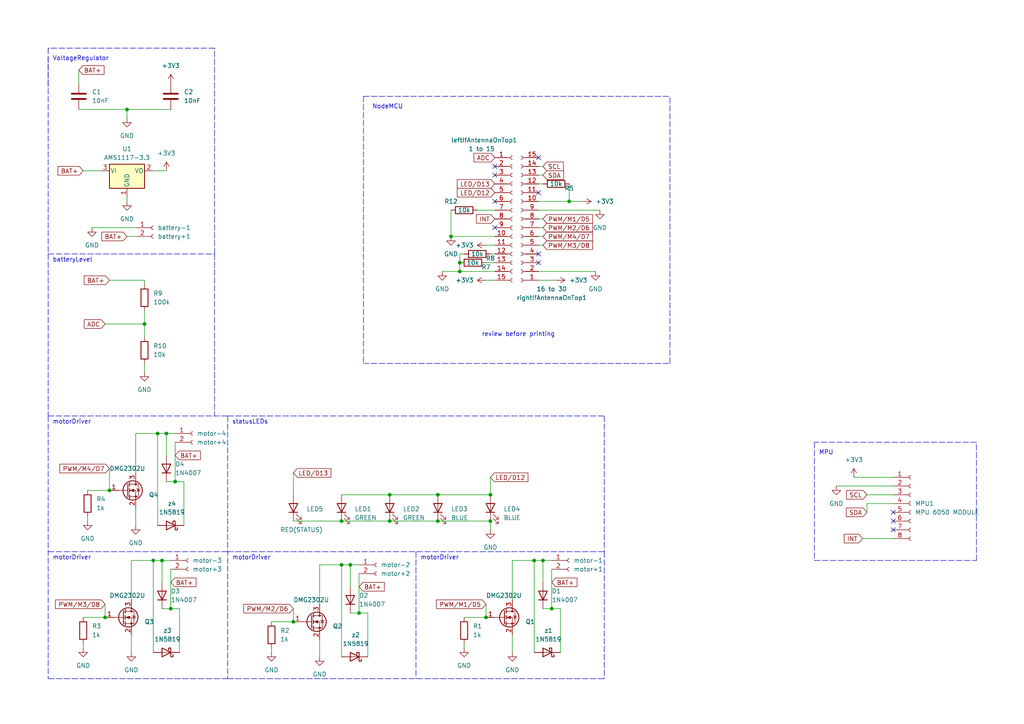
<source format=kicad_sch>
(kicad_sch (version 20211123) (generator eeschema)

  (uuid e595c6c4-f51e-40bc-a76d-c0a08bbd62be)

  (paper "A4")

  (lib_symbols
    (symbol "Conn_01x02_Female_1" (pin_names (offset 1.016) hide) (in_bom yes) (on_board yes)
      (property "Reference" "J" (id 0) (at 0 2.54 0)
        (effects (font (size 1.27 1.27)))
      )
      (property "Value" "Conn_01x02_Female_1" (id 1) (at 0 -5.08 0)
        (effects (font (size 1.27 1.27)))
      )
      (property "Footprint" "" (id 2) (at 0 0 0)
        (effects (font (size 1.27 1.27)) hide)
      )
      (property "Datasheet" "~" (id 3) (at 0 0 0)
        (effects (font (size 1.27 1.27)) hide)
      )
      (property "ki_keywords" "connector" (id 4) (at 0 0 0)
        (effects (font (size 1.27 1.27)) hide)
      )
      (property "ki_description" "Generic connector, single row, 01x02, script generated (kicad-library-utils/schlib/autogen/connector/)" (id 5) (at 0 0 0)
        (effects (font (size 1.27 1.27)) hide)
      )
      (property "ki_fp_filters" "Connector*:*_1x??_*" (id 6) (at 0 0 0)
        (effects (font (size 1.27 1.27)) hide)
      )
      (symbol "Conn_01x02_Female_1_1_1"
        (arc (start 0 -2.032) (mid -0.508 -2.54) (end 0 -3.048)
          (stroke (width 0.1524) (type default) (color 0 0 0 0))
          (fill (type none))
        )
        (polyline
          (pts
            (xy -1.27 -2.54)
            (xy -0.508 -2.54)
          )
          (stroke (width 0.1524) (type default) (color 0 0 0 0))
          (fill (type none))
        )
        (polyline
          (pts
            (xy -1.27 0)
            (xy -0.508 0)
          )
          (stroke (width 0.1524) (type default) (color 0 0 0 0))
          (fill (type none))
        )
        (arc (start 0 0.508) (mid -0.508 0) (end 0 -0.508)
          (stroke (width 0.1524) (type default) (color 0 0 0 0))
          (fill (type none))
        )
        (pin passive line (at -5.08 0 0) (length 3.81)
          (name "Pin_1" (effects (font (size 1.27 1.27))))
          (number "1" (effects (font (size 1.27 1.27))))
        )
        (pin passive line (at -5.08 -2.54 0) (length 3.81)
          (name "Pin_2" (effects (font (size 1.27 1.27))))
          (number "2" (effects (font (size 1.27 1.27))))
        )
      )
    )
    (symbol "Conn_01x02_Female_2" (pin_names (offset 1.016) hide) (in_bom yes) (on_board yes)
      (property "Reference" "J" (id 0) (at 0 2.54 0)
        (effects (font (size 1.27 1.27)))
      )
      (property "Value" "Conn_01x02_Female_2" (id 1) (at 0 -5.08 0)
        (effects (font (size 1.27 1.27)))
      )
      (property "Footprint" "" (id 2) (at 0 0 0)
        (effects (font (size 1.27 1.27)) hide)
      )
      (property "Datasheet" "~" (id 3) (at 0 0 0)
        (effects (font (size 1.27 1.27)) hide)
      )
      (property "ki_keywords" "connector" (id 4) (at 0 0 0)
        (effects (font (size 1.27 1.27)) hide)
      )
      (property "ki_description" "Generic connector, single row, 01x02, script generated (kicad-library-utils/schlib/autogen/connector/)" (id 5) (at 0 0 0)
        (effects (font (size 1.27 1.27)) hide)
      )
      (property "ki_fp_filters" "Connector*:*_1x??_*" (id 6) (at 0 0 0)
        (effects (font (size 1.27 1.27)) hide)
      )
      (symbol "Conn_01x02_Female_2_1_1"
        (arc (start 0 -2.032) (mid -0.508 -2.54) (end 0 -3.048)
          (stroke (width 0.1524) (type default) (color 0 0 0 0))
          (fill (type none))
        )
        (polyline
          (pts
            (xy -1.27 -2.54)
            (xy -0.508 -2.54)
          )
          (stroke (width 0.1524) (type default) (color 0 0 0 0))
          (fill (type none))
        )
        (polyline
          (pts
            (xy -1.27 0)
            (xy -0.508 0)
          )
          (stroke (width 0.1524) (type default) (color 0 0 0 0))
          (fill (type none))
        )
        (arc (start 0 0.508) (mid -0.508 0) (end 0 -0.508)
          (stroke (width 0.1524) (type default) (color 0 0 0 0))
          (fill (type none))
        )
        (pin passive line (at -5.08 0 0) (length 3.81)
          (name "Pin_1" (effects (font (size 1.27 1.27))))
          (number "1" (effects (font (size 1.27 1.27))))
        )
        (pin passive line (at -5.08 -2.54 0) (length 3.81)
          (name "Pin_2" (effects (font (size 1.27 1.27))))
          (number "2" (effects (font (size 1.27 1.27))))
        )
      )
    )
    (symbol "Conn_01x02_Female_3" (pin_names (offset 1.016) hide) (in_bom yes) (on_board yes)
      (property "Reference" "J" (id 0) (at 0 2.54 0)
        (effects (font (size 1.27 1.27)))
      )
      (property "Value" "Conn_01x02_Female_3" (id 1) (at 0 -5.08 0)
        (effects (font (size 1.27 1.27)))
      )
      (property "Footprint" "" (id 2) (at 0 0 0)
        (effects (font (size 1.27 1.27)) hide)
      )
      (property "Datasheet" "~" (id 3) (at 0 0 0)
        (effects (font (size 1.27 1.27)) hide)
      )
      (property "ki_keywords" "connector" (id 4) (at 0 0 0)
        (effects (font (size 1.27 1.27)) hide)
      )
      (property "ki_description" "Generic connector, single row, 01x02, script generated (kicad-library-utils/schlib/autogen/connector/)" (id 5) (at 0 0 0)
        (effects (font (size 1.27 1.27)) hide)
      )
      (property "ki_fp_filters" "Connector*:*_1x??_*" (id 6) (at 0 0 0)
        (effects (font (size 1.27 1.27)) hide)
      )
      (symbol "Conn_01x02_Female_3_1_1"
        (arc (start 0 -2.032) (mid -0.508 -2.54) (end 0 -3.048)
          (stroke (width 0.1524) (type default) (color 0 0 0 0))
          (fill (type none))
        )
        (polyline
          (pts
            (xy -1.27 -2.54)
            (xy -0.508 -2.54)
          )
          (stroke (width 0.1524) (type default) (color 0 0 0 0))
          (fill (type none))
        )
        (polyline
          (pts
            (xy -1.27 0)
            (xy -0.508 0)
          )
          (stroke (width 0.1524) (type default) (color 0 0 0 0))
          (fill (type none))
        )
        (arc (start 0 0.508) (mid -0.508 0) (end 0 -0.508)
          (stroke (width 0.1524) (type default) (color 0 0 0 0))
          (fill (type none))
        )
        (pin passive line (at -5.08 0 0) (length 3.81)
          (name "Pin_1" (effects (font (size 1.27 1.27))))
          (number "1" (effects (font (size 1.27 1.27))))
        )
        (pin passive line (at -5.08 -2.54 0) (length 3.81)
          (name "Pin_2" (effects (font (size 1.27 1.27))))
          (number "2" (effects (font (size 1.27 1.27))))
        )
      )
    )
    (symbol "Conn_01x02_Female_4" (pin_names (offset 1.016) hide) (in_bom yes) (on_board yes)
      (property "Reference" "J" (id 0) (at 0 2.54 0)
        (effects (font (size 1.27 1.27)))
      )
      (property "Value" "Conn_01x02_Female_4" (id 1) (at 0 -5.08 0)
        (effects (font (size 1.27 1.27)))
      )
      (property "Footprint" "" (id 2) (at 0 0 0)
        (effects (font (size 1.27 1.27)) hide)
      )
      (property "Datasheet" "~" (id 3) (at 0 0 0)
        (effects (font (size 1.27 1.27)) hide)
      )
      (property "ki_keywords" "connector" (id 4) (at 0 0 0)
        (effects (font (size 1.27 1.27)) hide)
      )
      (property "ki_description" "Generic connector, single row, 01x02, script generated (kicad-library-utils/schlib/autogen/connector/)" (id 5) (at 0 0 0)
        (effects (font (size 1.27 1.27)) hide)
      )
      (property "ki_fp_filters" "Connector*:*_1x??_*" (id 6) (at 0 0 0)
        (effects (font (size 1.27 1.27)) hide)
      )
      (symbol "Conn_01x02_Female_4_1_1"
        (arc (start 0 -2.032) (mid -0.508 -2.54) (end 0 -3.048)
          (stroke (width 0.1524) (type default) (color 0 0 0 0))
          (fill (type none))
        )
        (polyline
          (pts
            (xy -1.27 -2.54)
            (xy -0.508 -2.54)
          )
          (stroke (width 0.1524) (type default) (color 0 0 0 0))
          (fill (type none))
        )
        (polyline
          (pts
            (xy -1.27 0)
            (xy -0.508 0)
          )
          (stroke (width 0.1524) (type default) (color 0 0 0 0))
          (fill (type none))
        )
        (arc (start 0 0.508) (mid -0.508 0) (end 0 -0.508)
          (stroke (width 0.1524) (type default) (color 0 0 0 0))
          (fill (type none))
        )
        (pin passive line (at -5.08 0 0) (length 3.81)
          (name "Pin_1" (effects (font (size 1.27 1.27))))
          (number "1" (effects (font (size 1.27 1.27))))
        )
        (pin passive line (at -5.08 -2.54 0) (length 3.81)
          (name "Pin_2" (effects (font (size 1.27 1.27))))
          (number "2" (effects (font (size 1.27 1.27))))
        )
      )
    )
    (symbol "Connector:Conn_01x02_Female" (pin_names (offset 1.016) hide) (in_bom yes) (on_board yes)
      (property "Reference" "J" (id 0) (at 0 2.54 0)
        (effects (font (size 1.27 1.27)))
      )
      (property "Value" "Conn_01x02_Female" (id 1) (at 0 -5.08 0)
        (effects (font (size 1.27 1.27)))
      )
      (property "Footprint" "" (id 2) (at 0 0 0)
        (effects (font (size 1.27 1.27)) hide)
      )
      (property "Datasheet" "~" (id 3) (at 0 0 0)
        (effects (font (size 1.27 1.27)) hide)
      )
      (property "ki_keywords" "connector" (id 4) (at 0 0 0)
        (effects (font (size 1.27 1.27)) hide)
      )
      (property "ki_description" "Generic connector, single row, 01x02, script generated (kicad-library-utils/schlib/autogen/connector/)" (id 5) (at 0 0 0)
        (effects (font (size 1.27 1.27)) hide)
      )
      (property "ki_fp_filters" "Connector*:*_1x??_*" (id 6) (at 0 0 0)
        (effects (font (size 1.27 1.27)) hide)
      )
      (symbol "Conn_01x02_Female_1_1"
        (arc (start 0 -2.032) (mid -0.508 -2.54) (end 0 -3.048)
          (stroke (width 0.1524) (type default) (color 0 0 0 0))
          (fill (type none))
        )
        (polyline
          (pts
            (xy -1.27 -2.54)
            (xy -0.508 -2.54)
          )
          (stroke (width 0.1524) (type default) (color 0 0 0 0))
          (fill (type none))
        )
        (polyline
          (pts
            (xy -1.27 0)
            (xy -0.508 0)
          )
          (stroke (width 0.1524) (type default) (color 0 0 0 0))
          (fill (type none))
        )
        (arc (start 0 0.508) (mid -0.508 0) (end 0 -0.508)
          (stroke (width 0.1524) (type default) (color 0 0 0 0))
          (fill (type none))
        )
        (pin passive line (at -5.08 0 0) (length 3.81)
          (name "Pin_1" (effects (font (size 1.27 1.27))))
          (number "1" (effects (font (size 1.27 1.27))))
        )
        (pin passive line (at -5.08 -2.54 0) (length 3.81)
          (name "Pin_2" (effects (font (size 1.27 1.27))))
          (number "2" (effects (font (size 1.27 1.27))))
        )
      )
    )
    (symbol "Connector:Conn_01x08_Female" (pin_names (offset 1.016) hide) (in_bom yes) (on_board yes)
      (property "Reference" "J" (id 0) (at 0 10.16 0)
        (effects (font (size 1.27 1.27)))
      )
      (property "Value" "Conn_01x08_Female" (id 1) (at 0 -12.7 0)
        (effects (font (size 1.27 1.27)))
      )
      (property "Footprint" "" (id 2) (at 0 0 0)
        (effects (font (size 1.27 1.27)) hide)
      )
      (property "Datasheet" "~" (id 3) (at 0 0 0)
        (effects (font (size 1.27 1.27)) hide)
      )
      (property "ki_keywords" "connector" (id 4) (at 0 0 0)
        (effects (font (size 1.27 1.27)) hide)
      )
      (property "ki_description" "Generic connector, single row, 01x08, script generated (kicad-library-utils/schlib/autogen/connector/)" (id 5) (at 0 0 0)
        (effects (font (size 1.27 1.27)) hide)
      )
      (property "ki_fp_filters" "Connector*:*_1x??_*" (id 6) (at 0 0 0)
        (effects (font (size 1.27 1.27)) hide)
      )
      (symbol "Conn_01x08_Female_1_1"
        (arc (start 0 -9.652) (mid -0.508 -10.16) (end 0 -10.668)
          (stroke (width 0.1524) (type default) (color 0 0 0 0))
          (fill (type none))
        )
        (arc (start 0 -7.112) (mid -0.508 -7.62) (end 0 -8.128)
          (stroke (width 0.1524) (type default) (color 0 0 0 0))
          (fill (type none))
        )
        (arc (start 0 -4.572) (mid -0.508 -5.08) (end 0 -5.588)
          (stroke (width 0.1524) (type default) (color 0 0 0 0))
          (fill (type none))
        )
        (arc (start 0 -2.032) (mid -0.508 -2.54) (end 0 -3.048)
          (stroke (width 0.1524) (type default) (color 0 0 0 0))
          (fill (type none))
        )
        (polyline
          (pts
            (xy -1.27 -10.16)
            (xy -0.508 -10.16)
          )
          (stroke (width 0.1524) (type default) (color 0 0 0 0))
          (fill (type none))
        )
        (polyline
          (pts
            (xy -1.27 -7.62)
            (xy -0.508 -7.62)
          )
          (stroke (width 0.1524) (type default) (color 0 0 0 0))
          (fill (type none))
        )
        (polyline
          (pts
            (xy -1.27 -5.08)
            (xy -0.508 -5.08)
          )
          (stroke (width 0.1524) (type default) (color 0 0 0 0))
          (fill (type none))
        )
        (polyline
          (pts
            (xy -1.27 -2.54)
            (xy -0.508 -2.54)
          )
          (stroke (width 0.1524) (type default) (color 0 0 0 0))
          (fill (type none))
        )
        (polyline
          (pts
            (xy -1.27 0)
            (xy -0.508 0)
          )
          (stroke (width 0.1524) (type default) (color 0 0 0 0))
          (fill (type none))
        )
        (polyline
          (pts
            (xy -1.27 2.54)
            (xy -0.508 2.54)
          )
          (stroke (width 0.1524) (type default) (color 0 0 0 0))
          (fill (type none))
        )
        (polyline
          (pts
            (xy -1.27 5.08)
            (xy -0.508 5.08)
          )
          (stroke (width 0.1524) (type default) (color 0 0 0 0))
          (fill (type none))
        )
        (polyline
          (pts
            (xy -1.27 7.62)
            (xy -0.508 7.62)
          )
          (stroke (width 0.1524) (type default) (color 0 0 0 0))
          (fill (type none))
        )
        (arc (start 0 0.508) (mid -0.508 0) (end 0 -0.508)
          (stroke (width 0.1524) (type default) (color 0 0 0 0))
          (fill (type none))
        )
        (arc (start 0 3.048) (mid -0.508 2.54) (end 0 2.032)
          (stroke (width 0.1524) (type default) (color 0 0 0 0))
          (fill (type none))
        )
        (arc (start 0 5.588) (mid -0.508 5.08) (end 0 4.572)
          (stroke (width 0.1524) (type default) (color 0 0 0 0))
          (fill (type none))
        )
        (arc (start 0 8.128) (mid -0.508 7.62) (end 0 7.112)
          (stroke (width 0.1524) (type default) (color 0 0 0 0))
          (fill (type none))
        )
        (pin passive line (at -5.08 7.62 0) (length 3.81)
          (name "Pin_1" (effects (font (size 1.27 1.27))))
          (number "1" (effects (font (size 1.27 1.27))))
        )
        (pin passive line (at -5.08 5.08 0) (length 3.81)
          (name "Pin_2" (effects (font (size 1.27 1.27))))
          (number "2" (effects (font (size 1.27 1.27))))
        )
        (pin passive line (at -5.08 2.54 0) (length 3.81)
          (name "Pin_3" (effects (font (size 1.27 1.27))))
          (number "3" (effects (font (size 1.27 1.27))))
        )
        (pin passive line (at -5.08 0 0) (length 3.81)
          (name "Pin_4" (effects (font (size 1.27 1.27))))
          (number "4" (effects (font (size 1.27 1.27))))
        )
        (pin passive line (at -5.08 -2.54 0) (length 3.81)
          (name "Pin_5" (effects (font (size 1.27 1.27))))
          (number "5" (effects (font (size 1.27 1.27))))
        )
        (pin passive line (at -5.08 -5.08 0) (length 3.81)
          (name "Pin_6" (effects (font (size 1.27 1.27))))
          (number "6" (effects (font (size 1.27 1.27))))
        )
        (pin passive line (at -5.08 -7.62 0) (length 3.81)
          (name "Pin_7" (effects (font (size 1.27 1.27))))
          (number "7" (effects (font (size 1.27 1.27))))
        )
        (pin passive line (at -5.08 -10.16 0) (length 3.81)
          (name "Pin_8" (effects (font (size 1.27 1.27))))
          (number "8" (effects (font (size 1.27 1.27))))
        )
      )
    )
    (symbol "Connector:Conn_01x15_Female" (pin_names (offset 1.016) hide) (in_bom yes) (on_board yes)
      (property "Reference" "J" (id 0) (at 0 20.32 0)
        (effects (font (size 1.27 1.27)))
      )
      (property "Value" "Conn_01x15_Female" (id 1) (at 0 -20.32 0)
        (effects (font (size 1.27 1.27)))
      )
      (property "Footprint" "" (id 2) (at 0 0 0)
        (effects (font (size 1.27 1.27)) hide)
      )
      (property "Datasheet" "~" (id 3) (at 0 0 0)
        (effects (font (size 1.27 1.27)) hide)
      )
      (property "ki_keywords" "connector" (id 4) (at 0 0 0)
        (effects (font (size 1.27 1.27)) hide)
      )
      (property "ki_description" "Generic connector, single row, 01x15, script generated (kicad-library-utils/schlib/autogen/connector/)" (id 5) (at 0 0 0)
        (effects (font (size 1.27 1.27)) hide)
      )
      (property "ki_fp_filters" "Connector*:*_1x??_*" (id 6) (at 0 0 0)
        (effects (font (size 1.27 1.27)) hide)
      )
      (symbol "Conn_01x15_Female_1_1"
        (arc (start 0 -17.272) (mid -0.508 -17.78) (end 0 -18.288)
          (stroke (width 0.1524) (type default) (color 0 0 0 0))
          (fill (type none))
        )
        (arc (start 0 -14.732) (mid -0.508 -15.24) (end 0 -15.748)
          (stroke (width 0.1524) (type default) (color 0 0 0 0))
          (fill (type none))
        )
        (arc (start 0 -12.192) (mid -0.508 -12.7) (end 0 -13.208)
          (stroke (width 0.1524) (type default) (color 0 0 0 0))
          (fill (type none))
        )
        (arc (start 0 -9.652) (mid -0.508 -10.16) (end 0 -10.668)
          (stroke (width 0.1524) (type default) (color 0 0 0 0))
          (fill (type none))
        )
        (arc (start 0 -7.112) (mid -0.508 -7.62) (end 0 -8.128)
          (stroke (width 0.1524) (type default) (color 0 0 0 0))
          (fill (type none))
        )
        (arc (start 0 -4.572) (mid -0.508 -5.08) (end 0 -5.588)
          (stroke (width 0.1524) (type default) (color 0 0 0 0))
          (fill (type none))
        )
        (arc (start 0 -2.032) (mid -0.508 -2.54) (end 0 -3.048)
          (stroke (width 0.1524) (type default) (color 0 0 0 0))
          (fill (type none))
        )
        (polyline
          (pts
            (xy -1.27 -17.78)
            (xy -0.508 -17.78)
          )
          (stroke (width 0.1524) (type default) (color 0 0 0 0))
          (fill (type none))
        )
        (polyline
          (pts
            (xy -1.27 -15.24)
            (xy -0.508 -15.24)
          )
          (stroke (width 0.1524) (type default) (color 0 0 0 0))
          (fill (type none))
        )
        (polyline
          (pts
            (xy -1.27 -12.7)
            (xy -0.508 -12.7)
          )
          (stroke (width 0.1524) (type default) (color 0 0 0 0))
          (fill (type none))
        )
        (polyline
          (pts
            (xy -1.27 -10.16)
            (xy -0.508 -10.16)
          )
          (stroke (width 0.1524) (type default) (color 0 0 0 0))
          (fill (type none))
        )
        (polyline
          (pts
            (xy -1.27 -7.62)
            (xy -0.508 -7.62)
          )
          (stroke (width 0.1524) (type default) (color 0 0 0 0))
          (fill (type none))
        )
        (polyline
          (pts
            (xy -1.27 -5.08)
            (xy -0.508 -5.08)
          )
          (stroke (width 0.1524) (type default) (color 0 0 0 0))
          (fill (type none))
        )
        (polyline
          (pts
            (xy -1.27 -2.54)
            (xy -0.508 -2.54)
          )
          (stroke (width 0.1524) (type default) (color 0 0 0 0))
          (fill (type none))
        )
        (polyline
          (pts
            (xy -1.27 0)
            (xy -0.508 0)
          )
          (stroke (width 0.1524) (type default) (color 0 0 0 0))
          (fill (type none))
        )
        (polyline
          (pts
            (xy -1.27 2.54)
            (xy -0.508 2.54)
          )
          (stroke (width 0.1524) (type default) (color 0 0 0 0))
          (fill (type none))
        )
        (polyline
          (pts
            (xy -1.27 5.08)
            (xy -0.508 5.08)
          )
          (stroke (width 0.1524) (type default) (color 0 0 0 0))
          (fill (type none))
        )
        (polyline
          (pts
            (xy -1.27 7.62)
            (xy -0.508 7.62)
          )
          (stroke (width 0.1524) (type default) (color 0 0 0 0))
          (fill (type none))
        )
        (polyline
          (pts
            (xy -1.27 10.16)
            (xy -0.508 10.16)
          )
          (stroke (width 0.1524) (type default) (color 0 0 0 0))
          (fill (type none))
        )
        (polyline
          (pts
            (xy -1.27 12.7)
            (xy -0.508 12.7)
          )
          (stroke (width 0.1524) (type default) (color 0 0 0 0))
          (fill (type none))
        )
        (polyline
          (pts
            (xy -1.27 15.24)
            (xy -0.508 15.24)
          )
          (stroke (width 0.1524) (type default) (color 0 0 0 0))
          (fill (type none))
        )
        (polyline
          (pts
            (xy -1.27 17.78)
            (xy -0.508 17.78)
          )
          (stroke (width 0.1524) (type default) (color 0 0 0 0))
          (fill (type none))
        )
        (arc (start 0 0.508) (mid -0.508 0) (end 0 -0.508)
          (stroke (width 0.1524) (type default) (color 0 0 0 0))
          (fill (type none))
        )
        (arc (start 0 3.048) (mid -0.508 2.54) (end 0 2.032)
          (stroke (width 0.1524) (type default) (color 0 0 0 0))
          (fill (type none))
        )
        (arc (start 0 5.588) (mid -0.508 5.08) (end 0 4.572)
          (stroke (width 0.1524) (type default) (color 0 0 0 0))
          (fill (type none))
        )
        (arc (start 0 8.128) (mid -0.508 7.62) (end 0 7.112)
          (stroke (width 0.1524) (type default) (color 0 0 0 0))
          (fill (type none))
        )
        (arc (start 0 10.668) (mid -0.508 10.16) (end 0 9.652)
          (stroke (width 0.1524) (type default) (color 0 0 0 0))
          (fill (type none))
        )
        (arc (start 0 13.208) (mid -0.508 12.7) (end 0 12.192)
          (stroke (width 0.1524) (type default) (color 0 0 0 0))
          (fill (type none))
        )
        (arc (start 0 15.748) (mid -0.508 15.24) (end 0 14.732)
          (stroke (width 0.1524) (type default) (color 0 0 0 0))
          (fill (type none))
        )
        (arc (start 0 18.288) (mid -0.508 17.78) (end 0 17.272)
          (stroke (width 0.1524) (type default) (color 0 0 0 0))
          (fill (type none))
        )
        (pin passive line (at -5.08 17.78 0) (length 3.81)
          (name "Pin_1" (effects (font (size 1.27 1.27))))
          (number "1" (effects (font (size 1.27 1.27))))
        )
        (pin passive line (at -5.08 -5.08 0) (length 3.81)
          (name "Pin_10" (effects (font (size 1.27 1.27))))
          (number "10" (effects (font (size 1.27 1.27))))
        )
        (pin passive line (at -5.08 -7.62 0) (length 3.81)
          (name "Pin_11" (effects (font (size 1.27 1.27))))
          (number "11" (effects (font (size 1.27 1.27))))
        )
        (pin passive line (at -5.08 -10.16 0) (length 3.81)
          (name "Pin_12" (effects (font (size 1.27 1.27))))
          (number "12" (effects (font (size 1.27 1.27))))
        )
        (pin passive line (at -5.08 -12.7 0) (length 3.81)
          (name "Pin_13" (effects (font (size 1.27 1.27))))
          (number "13" (effects (font (size 1.27 1.27))))
        )
        (pin passive line (at -5.08 -15.24 0) (length 3.81)
          (name "Pin_14" (effects (font (size 1.27 1.27))))
          (number "14" (effects (font (size 1.27 1.27))))
        )
        (pin passive line (at -5.08 -17.78 0) (length 3.81)
          (name "Pin_15" (effects (font (size 1.27 1.27))))
          (number "15" (effects (font (size 1.27 1.27))))
        )
        (pin passive line (at -5.08 15.24 0) (length 3.81)
          (name "Pin_2" (effects (font (size 1.27 1.27))))
          (number "2" (effects (font (size 1.27 1.27))))
        )
        (pin passive line (at -5.08 12.7 0) (length 3.81)
          (name "Pin_3" (effects (font (size 1.27 1.27))))
          (number "3" (effects (font (size 1.27 1.27))))
        )
        (pin passive line (at -5.08 10.16 0) (length 3.81)
          (name "Pin_4" (effects (font (size 1.27 1.27))))
          (number "4" (effects (font (size 1.27 1.27))))
        )
        (pin passive line (at -5.08 7.62 0) (length 3.81)
          (name "Pin_5" (effects (font (size 1.27 1.27))))
          (number "5" (effects (font (size 1.27 1.27))))
        )
        (pin passive line (at -5.08 5.08 0) (length 3.81)
          (name "Pin_6" (effects (font (size 1.27 1.27))))
          (number "6" (effects (font (size 1.27 1.27))))
        )
        (pin passive line (at -5.08 2.54 0) (length 3.81)
          (name "Pin_7" (effects (font (size 1.27 1.27))))
          (number "7" (effects (font (size 1.27 1.27))))
        )
        (pin passive line (at -5.08 0 0) (length 3.81)
          (name "Pin_8" (effects (font (size 1.27 1.27))))
          (number "8" (effects (font (size 1.27 1.27))))
        )
        (pin passive line (at -5.08 -2.54 0) (length 3.81)
          (name "Pin_9" (effects (font (size 1.27 1.27))))
          (number "9" (effects (font (size 1.27 1.27))))
        )
      )
    )
    (symbol "Device:C" (pin_numbers hide) (pin_names (offset 0.254)) (in_bom yes) (on_board yes)
      (property "Reference" "C" (id 0) (at 0.635 2.54 0)
        (effects (font (size 1.27 1.27)) (justify left))
      )
      (property "Value" "C" (id 1) (at 0.635 -2.54 0)
        (effects (font (size 1.27 1.27)) (justify left))
      )
      (property "Footprint" "" (id 2) (at 0.9652 -3.81 0)
        (effects (font (size 1.27 1.27)) hide)
      )
      (property "Datasheet" "~" (id 3) (at 0 0 0)
        (effects (font (size 1.27 1.27)) hide)
      )
      (property "ki_keywords" "cap capacitor" (id 4) (at 0 0 0)
        (effects (font (size 1.27 1.27)) hide)
      )
      (property "ki_description" "Unpolarized capacitor" (id 5) (at 0 0 0)
        (effects (font (size 1.27 1.27)) hide)
      )
      (property "ki_fp_filters" "C_*" (id 6) (at 0 0 0)
        (effects (font (size 1.27 1.27)) hide)
      )
      (symbol "C_0_1"
        (polyline
          (pts
            (xy -2.032 -0.762)
            (xy 2.032 -0.762)
          )
          (stroke (width 0.508) (type default) (color 0 0 0 0))
          (fill (type none))
        )
        (polyline
          (pts
            (xy -2.032 0.762)
            (xy 2.032 0.762)
          )
          (stroke (width 0.508) (type default) (color 0 0 0 0))
          (fill (type none))
        )
      )
      (symbol "C_1_1"
        (pin passive line (at 0 3.81 270) (length 2.794)
          (name "~" (effects (font (size 1.27 1.27))))
          (number "1" (effects (font (size 1.27 1.27))))
        )
        (pin passive line (at 0 -3.81 90) (length 2.794)
          (name "~" (effects (font (size 1.27 1.27))))
          (number "2" (effects (font (size 1.27 1.27))))
        )
      )
    )
    (symbol "Device:LED" (pin_numbers hide) (pin_names (offset 1.016) hide) (in_bom yes) (on_board yes)
      (property "Reference" "D" (id 0) (at 0 2.54 0)
        (effects (font (size 1.27 1.27)))
      )
      (property "Value" "LED" (id 1) (at 0 -2.54 0)
        (effects (font (size 1.27 1.27)))
      )
      (property "Footprint" "" (id 2) (at 0 0 0)
        (effects (font (size 1.27 1.27)) hide)
      )
      (property "Datasheet" "~" (id 3) (at 0 0 0)
        (effects (font (size 1.27 1.27)) hide)
      )
      (property "ki_keywords" "LED diode" (id 4) (at 0 0 0)
        (effects (font (size 1.27 1.27)) hide)
      )
      (property "ki_description" "Light emitting diode" (id 5) (at 0 0 0)
        (effects (font (size 1.27 1.27)) hide)
      )
      (property "ki_fp_filters" "LED* LED_SMD:* LED_THT:*" (id 6) (at 0 0 0)
        (effects (font (size 1.27 1.27)) hide)
      )
      (symbol "LED_0_1"
        (polyline
          (pts
            (xy -1.27 -1.27)
            (xy -1.27 1.27)
          )
          (stroke (width 0.254) (type default) (color 0 0 0 0))
          (fill (type none))
        )
        (polyline
          (pts
            (xy -1.27 0)
            (xy 1.27 0)
          )
          (stroke (width 0) (type default) (color 0 0 0 0))
          (fill (type none))
        )
        (polyline
          (pts
            (xy 1.27 -1.27)
            (xy 1.27 1.27)
            (xy -1.27 0)
            (xy 1.27 -1.27)
          )
          (stroke (width 0.254) (type default) (color 0 0 0 0))
          (fill (type none))
        )
        (polyline
          (pts
            (xy -3.048 -0.762)
            (xy -4.572 -2.286)
            (xy -3.81 -2.286)
            (xy -4.572 -2.286)
            (xy -4.572 -1.524)
          )
          (stroke (width 0) (type default) (color 0 0 0 0))
          (fill (type none))
        )
        (polyline
          (pts
            (xy -1.778 -0.762)
            (xy -3.302 -2.286)
            (xy -2.54 -2.286)
            (xy -3.302 -2.286)
            (xy -3.302 -1.524)
          )
          (stroke (width 0) (type default) (color 0 0 0 0))
          (fill (type none))
        )
      )
      (symbol "LED_1_1"
        (pin passive line (at -3.81 0 0) (length 2.54)
          (name "K" (effects (font (size 1.27 1.27))))
          (number "1" (effects (font (size 1.27 1.27))))
        )
        (pin passive line (at 3.81 0 180) (length 2.54)
          (name "A" (effects (font (size 1.27 1.27))))
          (number "2" (effects (font (size 1.27 1.27))))
        )
      )
    )
    (symbol "Device:R" (pin_numbers hide) (pin_names (offset 0)) (in_bom yes) (on_board yes)
      (property "Reference" "R" (id 0) (at 2.032 0 90)
        (effects (font (size 1.27 1.27)))
      )
      (property "Value" "R" (id 1) (at 0 0 90)
        (effects (font (size 1.27 1.27)))
      )
      (property "Footprint" "" (id 2) (at -1.778 0 90)
        (effects (font (size 1.27 1.27)) hide)
      )
      (property "Datasheet" "~" (id 3) (at 0 0 0)
        (effects (font (size 1.27 1.27)) hide)
      )
      (property "ki_keywords" "R res resistor" (id 4) (at 0 0 0)
        (effects (font (size 1.27 1.27)) hide)
      )
      (property "ki_description" "Resistor" (id 5) (at 0 0 0)
        (effects (font (size 1.27 1.27)) hide)
      )
      (property "ki_fp_filters" "R_*" (id 6) (at 0 0 0)
        (effects (font (size 1.27 1.27)) hide)
      )
      (symbol "R_0_1"
        (rectangle (start -1.016 -2.54) (end 1.016 2.54)
          (stroke (width 0.254) (type default) (color 0 0 0 0))
          (fill (type none))
        )
      )
      (symbol "R_1_1"
        (pin passive line (at 0 3.81 270) (length 1.27)
          (name "~" (effects (font (size 1.27 1.27))))
          (number "1" (effects (font (size 1.27 1.27))))
        )
        (pin passive line (at 0 -3.81 90) (length 1.27)
          (name "~" (effects (font (size 1.27 1.27))))
          (number "2" (effects (font (size 1.27 1.27))))
        )
      )
    )
    (symbol "Diode:1N4007" (pin_numbers hide) (pin_names (offset 1.016) hide) (in_bom yes) (on_board yes)
      (property "Reference" "D" (id 0) (at 0 2.54 0)
        (effects (font (size 1.27 1.27)))
      )
      (property "Value" "1N4007" (id 1) (at 0 -2.54 0)
        (effects (font (size 1.27 1.27)))
      )
      (property "Footprint" "Diode_THT:D_DO-41_SOD81_P10.16mm_Horizontal" (id 2) (at 0 -4.445 0)
        (effects (font (size 1.27 1.27)) hide)
      )
      (property "Datasheet" "http://www.vishay.com/docs/88503/1n4001.pdf" (id 3) (at 0 0 0)
        (effects (font (size 1.27 1.27)) hide)
      )
      (property "ki_keywords" "diode" (id 4) (at 0 0 0)
        (effects (font (size 1.27 1.27)) hide)
      )
      (property "ki_description" "1000V 1A General Purpose Rectifier Diode, DO-41" (id 5) (at 0 0 0)
        (effects (font (size 1.27 1.27)) hide)
      )
      (property "ki_fp_filters" "D*DO?41*" (id 6) (at 0 0 0)
        (effects (font (size 1.27 1.27)) hide)
      )
      (symbol "1N4007_0_1"
        (polyline
          (pts
            (xy -1.27 1.27)
            (xy -1.27 -1.27)
          )
          (stroke (width 0.254) (type default) (color 0 0 0 0))
          (fill (type none))
        )
        (polyline
          (pts
            (xy 1.27 0)
            (xy -1.27 0)
          )
          (stroke (width 0) (type default) (color 0 0 0 0))
          (fill (type none))
        )
        (polyline
          (pts
            (xy 1.27 1.27)
            (xy 1.27 -1.27)
            (xy -1.27 0)
            (xy 1.27 1.27)
          )
          (stroke (width 0.254) (type default) (color 0 0 0 0))
          (fill (type none))
        )
      )
      (symbol "1N4007_1_1"
        (pin passive line (at -3.81 0 0) (length 2.54)
          (name "K" (effects (font (size 1.27 1.27))))
          (number "1" (effects (font (size 1.27 1.27))))
        )
        (pin passive line (at 3.81 0 180) (length 2.54)
          (name "A" (effects (font (size 1.27 1.27))))
          (number "2" (effects (font (size 1.27 1.27))))
        )
      )
    )
    (symbol "Diode:1N5819" (pin_numbers hide) (pin_names (offset 1.016) hide) (in_bom yes) (on_board yes)
      (property "Reference" "D" (id 0) (at 0 2.54 0)
        (effects (font (size 1.27 1.27)))
      )
      (property "Value" "1N5819" (id 1) (at 0 -2.54 0)
        (effects (font (size 1.27 1.27)))
      )
      (property "Footprint" "Diode_THT:D_DO-41_SOD81_P10.16mm_Horizontal" (id 2) (at 0 -4.445 0)
        (effects (font (size 1.27 1.27)) hide)
      )
      (property "Datasheet" "http://www.vishay.com/docs/88525/1n5817.pdf" (id 3) (at 0 0 0)
        (effects (font (size 1.27 1.27)) hide)
      )
      (property "ki_keywords" "diode Schottky" (id 4) (at 0 0 0)
        (effects (font (size 1.27 1.27)) hide)
      )
      (property "ki_description" "40V 1A Schottky Barrier Rectifier Diode, DO-41" (id 5) (at 0 0 0)
        (effects (font (size 1.27 1.27)) hide)
      )
      (property "ki_fp_filters" "D*DO?41*" (id 6) (at 0 0 0)
        (effects (font (size 1.27 1.27)) hide)
      )
      (symbol "1N5819_0_1"
        (polyline
          (pts
            (xy 1.27 0)
            (xy -1.27 0)
          )
          (stroke (width 0) (type default) (color 0 0 0 0))
          (fill (type none))
        )
        (polyline
          (pts
            (xy 1.27 1.27)
            (xy 1.27 -1.27)
            (xy -1.27 0)
            (xy 1.27 1.27)
          )
          (stroke (width 0.254) (type default) (color 0 0 0 0))
          (fill (type none))
        )
        (polyline
          (pts
            (xy -1.905 0.635)
            (xy -1.905 1.27)
            (xy -1.27 1.27)
            (xy -1.27 -1.27)
            (xy -0.635 -1.27)
            (xy -0.635 -0.635)
          )
          (stroke (width 0.254) (type default) (color 0 0 0 0))
          (fill (type none))
        )
      )
      (symbol "1N5819_1_1"
        (pin passive line (at -3.81 0 0) (length 2.54)
          (name "K" (effects (font (size 1.27 1.27))))
          (number "1" (effects (font (size 1.27 1.27))))
        )
        (pin passive line (at 3.81 0 180) (length 2.54)
          (name "A" (effects (font (size 1.27 1.27))))
          (number "2" (effects (font (size 1.27 1.27))))
        )
      )
    )
    (symbol "Regulator_Linear:AMS1117-3.3" (pin_names (offset 0.254)) (in_bom yes) (on_board yes)
      (property "Reference" "U" (id 0) (at -3.81 3.175 0)
        (effects (font (size 1.27 1.27)))
      )
      (property "Value" "AMS1117-3.3" (id 1) (at 0 3.175 0)
        (effects (font (size 1.27 1.27)) (justify left))
      )
      (property "Footprint" "Package_TO_SOT_SMD:SOT-223-3_TabPin2" (id 2) (at 0 5.08 0)
        (effects (font (size 1.27 1.27)) hide)
      )
      (property "Datasheet" "http://www.advanced-monolithic.com/pdf/ds1117.pdf" (id 3) (at 2.54 -6.35 0)
        (effects (font (size 1.27 1.27)) hide)
      )
      (property "ki_keywords" "linear regulator ldo fixed positive" (id 4) (at 0 0 0)
        (effects (font (size 1.27 1.27)) hide)
      )
      (property "ki_description" "1A Low Dropout regulator, positive, 3.3V fixed output, SOT-223" (id 5) (at 0 0 0)
        (effects (font (size 1.27 1.27)) hide)
      )
      (property "ki_fp_filters" "SOT?223*TabPin2*" (id 6) (at 0 0 0)
        (effects (font (size 1.27 1.27)) hide)
      )
      (symbol "AMS1117-3.3_0_1"
        (rectangle (start -5.08 -5.08) (end 5.08 1.905)
          (stroke (width 0.254) (type default) (color 0 0 0 0))
          (fill (type background))
        )
      )
      (symbol "AMS1117-3.3_1_1"
        (pin power_in line (at 0 -7.62 90) (length 2.54)
          (name "GND" (effects (font (size 1.27 1.27))))
          (number "1" (effects (font (size 1.27 1.27))))
        )
        (pin power_out line (at 7.62 0 180) (length 2.54)
          (name "VO" (effects (font (size 1.27 1.27))))
          (number "2" (effects (font (size 1.27 1.27))))
        )
        (pin power_in line (at -7.62 0 0) (length 2.54)
          (name "VI" (effects (font (size 1.27 1.27))))
          (number "3" (effects (font (size 1.27 1.27))))
        )
      )
    )
    (symbol "Transistor_FET:DMG2302U" (pin_names hide) (in_bom yes) (on_board yes)
      (property "Reference" "Q" (id 0) (at 5.08 1.905 0)
        (effects (font (size 1.27 1.27)) (justify left))
      )
      (property "Value" "DMG2302U" (id 1) (at 5.08 0 0)
        (effects (font (size 1.27 1.27)) (justify left))
      )
      (property "Footprint" "Package_TO_SOT_SMD:SOT-23" (id 2) (at 5.08 -1.905 0)
        (effects (font (size 1.27 1.27) italic) (justify left) hide)
      )
      (property "Datasheet" "http://www.diodes.com/assets/Datasheets/DMG2302U.pdf" (id 3) (at 0 0 0)
        (effects (font (size 1.27 1.27)) (justify left) hide)
      )
      (property "ki_keywords" "N-Channel MOSFET" (id 4) (at 0 0 0)
        (effects (font (size 1.27 1.27)) hide)
      )
      (property "ki_description" "4.2A Id, 20V Vds, N-Channel MOSFET, SOT-23" (id 5) (at 0 0 0)
        (effects (font (size 1.27 1.27)) hide)
      )
      (property "ki_fp_filters" "SOT?23*" (id 6) (at 0 0 0)
        (effects (font (size 1.27 1.27)) hide)
      )
      (symbol "DMG2302U_0_1"
        (polyline
          (pts
            (xy 0.254 0)
            (xy -2.54 0)
          )
          (stroke (width 0) (type default) (color 0 0 0 0))
          (fill (type none))
        )
        (polyline
          (pts
            (xy 0.254 1.905)
            (xy 0.254 -1.905)
          )
          (stroke (width 0.254) (type default) (color 0 0 0 0))
          (fill (type none))
        )
        (polyline
          (pts
            (xy 0.762 -1.27)
            (xy 0.762 -2.286)
          )
          (stroke (width 0.254) (type default) (color 0 0 0 0))
          (fill (type none))
        )
        (polyline
          (pts
            (xy 0.762 0.508)
            (xy 0.762 -0.508)
          )
          (stroke (width 0.254) (type default) (color 0 0 0 0))
          (fill (type none))
        )
        (polyline
          (pts
            (xy 0.762 2.286)
            (xy 0.762 1.27)
          )
          (stroke (width 0.254) (type default) (color 0 0 0 0))
          (fill (type none))
        )
        (polyline
          (pts
            (xy 2.54 2.54)
            (xy 2.54 1.778)
          )
          (stroke (width 0) (type default) (color 0 0 0 0))
          (fill (type none))
        )
        (polyline
          (pts
            (xy 2.54 -2.54)
            (xy 2.54 0)
            (xy 0.762 0)
          )
          (stroke (width 0) (type default) (color 0 0 0 0))
          (fill (type none))
        )
        (polyline
          (pts
            (xy 0.762 -1.778)
            (xy 3.302 -1.778)
            (xy 3.302 1.778)
            (xy 0.762 1.778)
          )
          (stroke (width 0) (type default) (color 0 0 0 0))
          (fill (type none))
        )
        (polyline
          (pts
            (xy 1.016 0)
            (xy 2.032 0.381)
            (xy 2.032 -0.381)
            (xy 1.016 0)
          )
          (stroke (width 0) (type default) (color 0 0 0 0))
          (fill (type outline))
        )
        (polyline
          (pts
            (xy 2.794 0.508)
            (xy 2.921 0.381)
            (xy 3.683 0.381)
            (xy 3.81 0.254)
          )
          (stroke (width 0) (type default) (color 0 0 0 0))
          (fill (type none))
        )
        (polyline
          (pts
            (xy 3.302 0.381)
            (xy 2.921 -0.254)
            (xy 3.683 -0.254)
            (xy 3.302 0.381)
          )
          (stroke (width 0) (type default) (color 0 0 0 0))
          (fill (type none))
        )
        (circle (center 1.651 0) (radius 2.794)
          (stroke (width 0.254) (type default) (color 0 0 0 0))
          (fill (type none))
        )
        (circle (center 2.54 -1.778) (radius 0.254)
          (stroke (width 0) (type default) (color 0 0 0 0))
          (fill (type outline))
        )
        (circle (center 2.54 1.778) (radius 0.254)
          (stroke (width 0) (type default) (color 0 0 0 0))
          (fill (type outline))
        )
      )
      (symbol "DMG2302U_1_1"
        (pin input line (at -5.08 0 0) (length 2.54)
          (name "G" (effects (font (size 1.27 1.27))))
          (number "1" (effects (font (size 1.27 1.27))))
        )
        (pin passive line (at 2.54 -5.08 90) (length 2.54)
          (name "S" (effects (font (size 1.27 1.27))))
          (number "2" (effects (font (size 1.27 1.27))))
        )
        (pin passive line (at 2.54 5.08 270) (length 2.54)
          (name "D" (effects (font (size 1.27 1.27))))
          (number "3" (effects (font (size 1.27 1.27))))
        )
      )
    )
    (symbol "power:+3.3V" (power) (pin_names (offset 0)) (in_bom yes) (on_board yes)
      (property "Reference" "#PWR" (id 0) (at 0 -3.81 0)
        (effects (font (size 1.27 1.27)) hide)
      )
      (property "Value" "+3.3V" (id 1) (at 0 3.556 0)
        (effects (font (size 1.27 1.27)))
      )
      (property "Footprint" "" (id 2) (at 0 0 0)
        (effects (font (size 1.27 1.27)) hide)
      )
      (property "Datasheet" "" (id 3) (at 0 0 0)
        (effects (font (size 1.27 1.27)) hide)
      )
      (property "ki_keywords" "power-flag" (id 4) (at 0 0 0)
        (effects (font (size 1.27 1.27)) hide)
      )
      (property "ki_description" "Power symbol creates a global label with name \"+3.3V\"" (id 5) (at 0 0 0)
        (effects (font (size 1.27 1.27)) hide)
      )
      (symbol "+3.3V_0_1"
        (polyline
          (pts
            (xy -0.762 1.27)
            (xy 0 2.54)
          )
          (stroke (width 0) (type default) (color 0 0 0 0))
          (fill (type none))
        )
        (polyline
          (pts
            (xy 0 0)
            (xy 0 2.54)
          )
          (stroke (width 0) (type default) (color 0 0 0 0))
          (fill (type none))
        )
        (polyline
          (pts
            (xy 0 2.54)
            (xy 0.762 1.27)
          )
          (stroke (width 0) (type default) (color 0 0 0 0))
          (fill (type none))
        )
      )
      (symbol "+3.3V_1_1"
        (pin power_in line (at 0 0 90) (length 0) hide
          (name "+3V3" (effects (font (size 1.27 1.27))))
          (number "1" (effects (font (size 1.27 1.27))))
        )
      )
    )
    (symbol "power:GND" (power) (pin_names (offset 0)) (in_bom yes) (on_board yes)
      (property "Reference" "#PWR" (id 0) (at 0 -6.35 0)
        (effects (font (size 1.27 1.27)) hide)
      )
      (property "Value" "GND" (id 1) (at 0 -3.81 0)
        (effects (font (size 1.27 1.27)))
      )
      (property "Footprint" "" (id 2) (at 0 0 0)
        (effects (font (size 1.27 1.27)) hide)
      )
      (property "Datasheet" "" (id 3) (at 0 0 0)
        (effects (font (size 1.27 1.27)) hide)
      )
      (property "ki_keywords" "power-flag" (id 4) (at 0 0 0)
        (effects (font (size 1.27 1.27)) hide)
      )
      (property "ki_description" "Power symbol creates a global label with name \"GND\" , ground" (id 5) (at 0 0 0)
        (effects (font (size 1.27 1.27)) hide)
      )
      (symbol "GND_0_1"
        (polyline
          (pts
            (xy 0 0)
            (xy 0 -1.27)
            (xy 1.27 -1.27)
            (xy 0 -2.54)
            (xy -1.27 -1.27)
            (xy 0 -1.27)
          )
          (stroke (width 0) (type default) (color 0 0 0 0))
          (fill (type none))
        )
      )
      (symbol "GND_1_1"
        (pin power_in line (at 0 0 270) (length 0) hide
          (name "GND" (effects (font (size 1.27 1.27))))
          (number "1" (effects (font (size 1.27 1.27))))
        )
      )
    )
  )


  (junction (at 85.09 180.34) (diameter 0) (color 0 0 0 0)
    (uuid 1311ed5f-6207-49d8-bef4-2159d9fdf1b6)
  )
  (junction (at 104.14 177.8) (diameter 0) (color 0 0 0 0)
    (uuid 1337387d-9288-4f1b-9d9a-25b6f640e1d2)
  )
  (junction (at 48.26 125.73) (diameter 0) (color 0 0 0 0)
    (uuid 175abd3b-3672-464c-9092-f719f175940a)
  )
  (junction (at 41.91 93.98) (diameter 0) (color 0 0 0 0)
    (uuid 2bc48730-2111-4f9a-bb76-50a7c3948fb7)
  )
  (junction (at 142.24 151.13) (diameter 0) (color 0 0 0 0)
    (uuid 52b19931-0f3a-4caa-8910-5f265b33b3f2)
  )
  (junction (at 101.6 163.83) (diameter 0) (color 0 0 0 0)
    (uuid 665d6c62-043c-48e6-9cf6-dc72ce537187)
  )
  (junction (at 165.1 58.42) (diameter 0) (color 0 0 0 0)
    (uuid 6a1eb990-dbd7-40ff-9c45-0f9dbadc9358)
  )
  (junction (at 50.8 139.7) (diameter 0) (color 0 0 0 0)
    (uuid 6dc91b48-660a-4dfa-b7f0-d8c0d99b62e3)
  )
  (junction (at 127 143.51) (diameter 0) (color 0 0 0 0)
    (uuid 72f60a5a-9861-4fa0-a3bd-4644790b6ea0)
  )
  (junction (at 45.72 125.73) (diameter 0) (color 0 0 0 0)
    (uuid 79ac909e-1e1c-4046-a293-e2c930fe168b)
  )
  (junction (at 140.97 179.07) (diameter 0) (color 0 0 0 0)
    (uuid 7e204051-3891-41a9-aca7-9351057ae16e)
  )
  (junction (at 30.48 179.07) (diameter 0) (color 0 0 0 0)
    (uuid 7ed9358c-bc34-4270-8a54-998bc9fa6c18)
  )
  (junction (at 44.45 162.56) (diameter 0) (color 0 0 0 0)
    (uuid 852f269b-19e0-45dc-af60-178ae5400290)
  )
  (junction (at 99.06 163.83) (diameter 0) (color 0 0 0 0)
    (uuid 8822dd41-aa40-405f-8f91-f98dd5cbfc7c)
  )
  (junction (at 31.75 142.24) (diameter 0) (color 0 0 0 0)
    (uuid 8e99e090-0aca-43b0-ac19-cd6ee0c411aa)
  )
  (junction (at 113.03 151.13) (diameter 0) (color 0 0 0 0)
    (uuid 991ea1da-e3d1-4ccd-97c1-19256622e872)
  )
  (junction (at 160.02 176.53) (diameter 0) (color 0 0 0 0)
    (uuid 9a91122f-a476-4419-b547-04196a76501d)
  )
  (junction (at 99.06 151.13) (diameter 0) (color 0 0 0 0)
    (uuid 9baf8398-4daf-4c5c-81da-e37d1d70fd28)
  )
  (junction (at 157.48 162.56) (diameter 0) (color 0 0 0 0)
    (uuid a5b14659-cb93-46dd-adb2-80fcf0ebf4b1)
  )
  (junction (at 130.81 68.58) (diameter 0) (color 0 0 0 0)
    (uuid a5fc7a58-034b-475d-88ca-d111d172515f)
  )
  (junction (at 154.94 162.56) (diameter 0) (color 0 0 0 0)
    (uuid ac4b6870-6221-465e-b347-cbeddeedd85f)
  )
  (junction (at 142.24 143.51) (diameter 0) (color 0 0 0 0)
    (uuid b3c4bc50-44b1-41c4-9ce2-2923ff00d84d)
  )
  (junction (at 46.99 162.56) (diameter 0) (color 0 0 0 0)
    (uuid d35f274d-25ef-4d67-9bee-b00b42fb988a)
  )
  (junction (at 49.53 176.53) (diameter 0) (color 0 0 0 0)
    (uuid e103397c-d663-4bed-ac0e-ad01902cddfa)
  )
  (junction (at 133.35 78.74) (diameter 0) (color 0 0 0 0)
    (uuid e3c782fc-794a-499b-b971-992955ed6595)
  )
  (junction (at 127 151.13) (diameter 0) (color 0 0 0 0)
    (uuid e8ec3fec-11cc-4513-ad62-76d6d771e604)
  )
  (junction (at 36.83 31.75) (diameter 0) (color 0 0 0 0)
    (uuid f5eb45d4-b7ae-434e-b50c-5137f38cb01a)
  )
  (junction (at 133.35 76.2) (diameter 0) (color 0 0 0 0)
    (uuid f6f50a9d-3379-41f5-8849-23e43c3b60bd)
  )
  (junction (at 113.03 143.51) (diameter 0) (color 0 0 0 0)
    (uuid fb2067ad-20e8-4cd3-8a64-80a5786a05ba)
  )

  (no_connect (at 156.21 45.72) (uuid 1621d0ae-5613-4aaa-8fde-4ff84abccfa1))
  (no_connect (at 143.51 66.04) (uuid 2e908fa6-e43b-4e5a-8b5d-04d80b87f135))
  (no_connect (at 143.51 48.26) (uuid 2e908fa6-e43b-4e5a-8b5d-04d80b87f136))
  (no_connect (at 143.51 50.8) (uuid 2e908fa6-e43b-4e5a-8b5d-04d80b87f137))
  (no_connect (at 143.51 58.42) (uuid 2e908fa6-e43b-4e5a-8b5d-04d80b87f138))
  (no_connect (at 156.21 55.88) (uuid 2e908fa6-e43b-4e5a-8b5d-04d80b87f139))
  (no_connect (at 156.21 73.66) (uuid 2e908fa6-e43b-4e5a-8b5d-04d80b87f13a))
  (no_connect (at 156.21 76.2) (uuid 2e908fa6-e43b-4e5a-8b5d-04d80b87f13b))
  (no_connect (at 259.08 148.59) (uuid df5ab7b0-2d04-4762-9fe2-8b366ee4eb3a))
  (no_connect (at 259.08 151.13) (uuid df5ab7b0-2d04-4762-9fe2-8b366ee4eb3b))
  (no_connect (at 259.08 153.67) (uuid df5ab7b0-2d04-4762-9fe2-8b366ee4eb3c))

  (wire (pts (xy 39.37 137.16) (xy 39.37 125.73))
    (stroke (width 0) (type default) (color 0 0 0 0))
    (uuid 0018f7d4-a47e-457f-873a-23e8538b590b)
  )
  (wire (pts (xy 41.91 105.41) (xy 41.91 107.95))
    (stroke (width 0) (type default) (color 0 0 0 0))
    (uuid 07a9b6f5-a14e-4c03-a482-5994cc0cdcf4)
  )
  (polyline (pts (xy 105.41 27.94) (xy 105.41 105.41))
    (stroke (width 0) (type default) (color 0 0 0 0))
    (uuid 083d4f62-e1a3-4076-96d5-24ebc9b399b3)
  )
  (polyline (pts (xy 236.22 128.27) (xy 236.22 162.56))
    (stroke (width 0) (type default) (color 0 0 0 0))
    (uuid 0b5b52cb-54fb-4a9e-8388-4dacec83af20)
  )

  (wire (pts (xy 128.27 78.74) (xy 133.35 78.74))
    (stroke (width 0) (type default) (color 0 0 0 0))
    (uuid 0f5d93c1-dea9-4f25-82e6-b114f9c30cab)
  )
  (wire (pts (xy 49.53 176.53) (xy 52.07 176.53))
    (stroke (width 0) (type default) (color 0 0 0 0))
    (uuid 102215b2-8d57-42e9-abe0-703c416fa297)
  )
  (wire (pts (xy 104.14 166.37) (xy 104.14 177.8))
    (stroke (width 0) (type default) (color 0 0 0 0))
    (uuid 11665826-a438-4bc5-aa8b-11baf0a192b6)
  )
  (wire (pts (xy 44.45 162.56) (xy 44.45 189.23))
    (stroke (width 0) (type default) (color 0 0 0 0))
    (uuid 13011f3d-ae22-4a0c-a6b8-08535cd65e24)
  )
  (wire (pts (xy 48.26 125.73) (xy 48.26 132.08))
    (stroke (width 0) (type default) (color 0 0 0 0))
    (uuid 18830304-f7b7-459c-8cfa-a963c32dfe93)
  )
  (wire (pts (xy 160.02 165.1) (xy 160.02 176.53))
    (stroke (width 0) (type default) (color 0 0 0 0))
    (uuid 193a044b-42ac-49ff-9342-839ae035303a)
  )
  (wire (pts (xy 133.35 78.74) (xy 143.51 78.74))
    (stroke (width 0) (type default) (color 0 0 0 0))
    (uuid 199bfeba-5111-4d33-a2ee-f33c5f62ad65)
  )
  (wire (pts (xy 138.43 60.96) (xy 143.51 60.96))
    (stroke (width 0) (type default) (color 0 0 0 0))
    (uuid 1ab9c614-db5e-4b5a-9272-3a0a35ff0afd)
  )
  (wire (pts (xy 156.21 48.26) (xy 157.48 48.26))
    (stroke (width 0) (type default) (color 0 0 0 0))
    (uuid 1e04e832-0ea7-4391-a2a0-bfc79e00aa8a)
  )
  (wire (pts (xy 156.21 63.5) (xy 157.48 63.5))
    (stroke (width 0) (type default) (color 0 0 0 0))
    (uuid 1fad7093-21db-417b-ae49-498fd1beeedf)
  )
  (polyline (pts (xy 175.26 160.02) (xy 175.26 196.85))
    (stroke (width 0) (type default) (color 0 0 0 0))
    (uuid 201db221-14f7-4154-bbe7-79aa8f2ae7d1)
  )

  (wire (pts (xy 156.21 53.34) (xy 157.48 53.34))
    (stroke (width 0) (type default) (color 0 0 0 0))
    (uuid 20e3cacf-c59f-4e8b-8146-6692dc51ef0f)
  )
  (polyline (pts (xy 105.41 105.41) (xy 194.31 105.41))
    (stroke (width 0) (type default) (color 0 0 0 0))
    (uuid 215f0f26-2ac6-415f-89ef-84d8703d942a)
  )

  (wire (pts (xy 92.71 185.42) (xy 92.71 190.5))
    (stroke (width 0) (type default) (color 0 0 0 0))
    (uuid 216e7e44-d1b8-4063-9bd0-49eff0cafa4f)
  )
  (wire (pts (xy 133.35 73.66) (xy 133.35 76.2))
    (stroke (width 0) (type default) (color 0 0 0 0))
    (uuid 21cf4bf1-39a7-431f-a90e-617f636a5bfe)
  )
  (wire (pts (xy 99.06 163.83) (xy 99.06 190.5))
    (stroke (width 0) (type default) (color 0 0 0 0))
    (uuid 22b9321e-1ac6-41e1-ace6-7c3603f6ec1f)
  )
  (wire (pts (xy 156.21 68.58) (xy 157.48 68.58))
    (stroke (width 0) (type default) (color 0 0 0 0))
    (uuid 2686233a-79bc-4b23-96c4-6eb2988756fc)
  )
  (wire (pts (xy 148.59 184.15) (xy 148.59 189.23))
    (stroke (width 0) (type default) (color 0 0 0 0))
    (uuid 270b5f2e-01af-4a04-a144-9f0b111d607b)
  )
  (wire (pts (xy 31.75 135.89) (xy 31.75 142.24))
    (stroke (width 0) (type default) (color 0 0 0 0))
    (uuid 28581a81-4cce-4c9e-86bc-cf1130b2d92a)
  )
  (wire (pts (xy 157.48 176.53) (xy 160.02 176.53))
    (stroke (width 0) (type default) (color 0 0 0 0))
    (uuid 2b9656a9-19e9-4451-abe9-3db57129a223)
  )
  (wire (pts (xy 101.6 177.8) (xy 104.14 177.8))
    (stroke (width 0) (type default) (color 0 0 0 0))
    (uuid 2c645bbf-d291-464e-9e7f-f458a4ea34db)
  )
  (wire (pts (xy 127 151.13) (xy 142.24 151.13))
    (stroke (width 0) (type default) (color 0 0 0 0))
    (uuid 2d2fea59-6655-4254-97c8-3c8b0c47d328)
  )
  (wire (pts (xy 251.46 148.59) (xy 251.46 146.05))
    (stroke (width 0) (type default) (color 0 0 0 0))
    (uuid 2e9fa934-d7b3-41b5-86d2-0b47a3391849)
  )
  (wire (pts (xy 50.8 139.7) (xy 53.34 139.7))
    (stroke (width 0) (type default) (color 0 0 0 0))
    (uuid 3117ea88-8b04-401e-a0dc-817b949d176a)
  )
  (wire (pts (xy 46.99 176.53) (xy 49.53 176.53))
    (stroke (width 0) (type default) (color 0 0 0 0))
    (uuid 3241b231-e506-4a26-bd76-38ba876f6eba)
  )
  (wire (pts (xy 140.97 71.12) (xy 143.51 71.12))
    (stroke (width 0) (type default) (color 0 0 0 0))
    (uuid 359e8212-0bf0-464e-9463-a15078e1a690)
  )
  (wire (pts (xy 52.07 176.53) (xy 52.07 189.23))
    (stroke (width 0) (type default) (color 0 0 0 0))
    (uuid 35d7de92-e6b5-4f7c-8d39-f1af5b6ef824)
  )
  (polyline (pts (xy 13.97 73.66) (xy 62.23 73.66))
    (stroke (width 0) (type default) (color 0 0 0 0))
    (uuid 381ff97b-26aa-446f-b980-fbbfdf36eada)
  )

  (wire (pts (xy 46.99 162.56) (xy 46.99 168.91))
    (stroke (width 0) (type default) (color 0 0 0 0))
    (uuid 3a0799a5-6a44-4bab-8d21-b4e06c5e6aed)
  )
  (wire (pts (xy 49.53 165.1) (xy 49.53 176.53))
    (stroke (width 0) (type default) (color 0 0 0 0))
    (uuid 3ac5c11d-db7b-430b-9d4c-b45d854da45f)
  )
  (wire (pts (xy 250.19 156.21) (xy 259.08 156.21))
    (stroke (width 0) (type default) (color 0 0 0 0))
    (uuid 3b429422-1195-4616-9f43-42f38da1e1b8)
  )
  (wire (pts (xy 156.21 66.04) (xy 157.48 66.04))
    (stroke (width 0) (type default) (color 0 0 0 0))
    (uuid 3b68e848-5b5c-4b6a-9af8-c353c06d0af7)
  )
  (wire (pts (xy 156.21 81.28) (xy 161.29 81.28))
    (stroke (width 0) (type default) (color 0 0 0 0))
    (uuid 3c931f5d-6968-46f0-a9fc-f2b137336052)
  )
  (wire (pts (xy 251.46 143.51) (xy 259.08 143.51))
    (stroke (width 0) (type default) (color 0 0 0 0))
    (uuid 3c9c7b71-e593-4339-9ecf-7875381017ff)
  )
  (wire (pts (xy 113.03 143.51) (xy 127 143.51))
    (stroke (width 0) (type default) (color 0 0 0 0))
    (uuid 3f47e1e9-c058-4ca8-b568-206d0da4ec12)
  )
  (wire (pts (xy 134.62 73.66) (xy 133.35 73.66))
    (stroke (width 0) (type default) (color 0 0 0 0))
    (uuid 3f50db1b-60ef-4171-87d5-9d4f4b66cdc7)
  )
  (polyline (pts (xy 283.21 128.27) (xy 236.22 128.27))
    (stroke (width 0) (type default) (color 0 0 0 0))
    (uuid 3fda60f9-df65-454b-ae82-16095bd85d52)
  )

  (wire (pts (xy 101.6 163.83) (xy 101.6 170.18))
    (stroke (width 0) (type default) (color 0 0 0 0))
    (uuid 40f47fdb-9289-473d-9a09-30ca5c0eeb0c)
  )
  (wire (pts (xy 78.74 187.96) (xy 78.74 189.23))
    (stroke (width 0) (type default) (color 0 0 0 0))
    (uuid 415c9c51-41a4-4ff4-9ba7-30c33650eccd)
  )
  (wire (pts (xy 142.24 73.66) (xy 143.51 73.66))
    (stroke (width 0) (type default) (color 0 0 0 0))
    (uuid 42b92389-d965-41ce-9690-0ecac71d9b7f)
  )
  (wire (pts (xy 156.21 60.96) (xy 173.99 60.96))
    (stroke (width 0) (type default) (color 0 0 0 0))
    (uuid 473325c8-1b89-4947-aa2a-703031247a10)
  )
  (wire (pts (xy 25.4 142.24) (xy 31.75 142.24))
    (stroke (width 0) (type default) (color 0 0 0 0))
    (uuid 475a9c61-ca5a-495d-90af-cb467098f52a)
  )
  (wire (pts (xy 24.13 179.07) (xy 30.48 179.07))
    (stroke (width 0) (type default) (color 0 0 0 0))
    (uuid 4829c9fc-8ac2-4e15-96ad-f0f3fef96d7d)
  )
  (wire (pts (xy 154.94 162.56) (xy 157.48 162.56))
    (stroke (width 0) (type default) (color 0 0 0 0))
    (uuid 4b5a6c4e-d9bb-42ab-aa62-f61e52ec9f28)
  )
  (wire (pts (xy 45.72 125.73) (xy 48.26 125.73))
    (stroke (width 0) (type default) (color 0 0 0 0))
    (uuid 4b8731c7-75f3-4675-aecb-6de8ff4f8233)
  )
  (wire (pts (xy 92.71 175.26) (xy 92.71 163.83))
    (stroke (width 0) (type default) (color 0 0 0 0))
    (uuid 4cedc129-7161-41cd-8103-395c8fe5b93e)
  )
  (wire (pts (xy 22.86 31.75) (xy 36.83 31.75))
    (stroke (width 0) (type default) (color 0 0 0 0))
    (uuid 4d653efe-8fd1-4b5d-bffd-661db6d31968)
  )
  (wire (pts (xy 44.45 49.53) (xy 48.26 49.53))
    (stroke (width 0) (type default) (color 0 0 0 0))
    (uuid 4ec8d48b-f7b1-4e30-bcc8-32fdf3452c94)
  )
  (wire (pts (xy 99.06 143.51) (xy 113.03 143.51))
    (stroke (width 0) (type default) (color 0 0 0 0))
    (uuid 4f3a1ef0-a773-4567-a204-e55da6da2fe5)
  )
  (polyline (pts (xy 66.04 196.85) (xy 175.26 196.85))
    (stroke (width 0) (type default) (color 0 0 0 0))
    (uuid 51d6bb63-4af5-402b-bf85-7b765e679217)
  )

  (wire (pts (xy 38.1 184.15) (xy 38.1 189.23))
    (stroke (width 0) (type default) (color 0 0 0 0))
    (uuid 53f52bdf-1272-4795-9d25-e5a4aa94078a)
  )
  (wire (pts (xy 251.46 146.05) (xy 259.08 146.05))
    (stroke (width 0) (type default) (color 0 0 0 0))
    (uuid 56bd1622-bf72-4ad0-9ca6-1c15879e069c)
  )
  (polyline (pts (xy 66.04 196.85) (xy 13.97 196.85))
    (stroke (width 0) (type default) (color 0 0 0 0))
    (uuid 5751193a-553e-4bc5-82cc-9332b97cbadf)
  )
  (polyline (pts (xy 13.97 13.97) (xy 13.97 25.4))
    (stroke (width 0) (type default) (color 0 0 0 0))
    (uuid 58d99f1b-012d-4ed4-8bca-6a62da33ac82)
  )

  (wire (pts (xy 113.03 151.13) (xy 127 151.13))
    (stroke (width 0) (type default) (color 0 0 0 0))
    (uuid 5b04408e-0127-44b9-af89-cc49c87f2631)
  )
  (polyline (pts (xy 105.41 27.94) (xy 194.31 27.94))
    (stroke (width 0) (type default) (color 0 0 0 0))
    (uuid 5c3862d2-734a-43a8-af71-04e8c7bd4315)
  )

  (wire (pts (xy 53.34 139.7) (xy 53.34 152.4))
    (stroke (width 0) (type default) (color 0 0 0 0))
    (uuid 5cc49056-416a-4183-8d72-a414cb883e8c)
  )
  (wire (pts (xy 134.62 186.69) (xy 134.62 187.96))
    (stroke (width 0) (type default) (color 0 0 0 0))
    (uuid 5f19ada8-f164-47bb-b46d-434439b66977)
  )
  (wire (pts (xy 140.97 81.28) (xy 143.51 81.28))
    (stroke (width 0) (type default) (color 0 0 0 0))
    (uuid 61dad321-5c8f-4c0b-ae65-67808476518a)
  )
  (wire (pts (xy 154.94 162.56) (xy 154.94 189.23))
    (stroke (width 0) (type default) (color 0 0 0 0))
    (uuid 61f1ec0e-0e32-4411-8258-c686a671a773)
  )
  (wire (pts (xy 106.68 177.8) (xy 106.68 190.5))
    (stroke (width 0) (type default) (color 0 0 0 0))
    (uuid 69423f86-ecc9-40b4-ab2d-e25ef03385ff)
  )
  (wire (pts (xy 156.21 50.8) (xy 157.48 50.8))
    (stroke (width 0) (type default) (color 0 0 0 0))
    (uuid 6b89319e-65d9-447a-8758-68d2df5e8192)
  )
  (wire (pts (xy 39.37 125.73) (xy 45.72 125.73))
    (stroke (width 0) (type default) (color 0 0 0 0))
    (uuid 6c75ac40-a0f3-4705-98e9-49ea2620cbdf)
  )
  (wire (pts (xy 157.48 162.56) (xy 157.48 168.91))
    (stroke (width 0) (type default) (color 0 0 0 0))
    (uuid 6eabb008-8b4c-480f-89d2-b290f6fbb5d9)
  )
  (wire (pts (xy 41.91 90.17) (xy 41.91 93.98))
    (stroke (width 0) (type default) (color 0 0 0 0))
    (uuid 76b8480b-7009-4a2d-b044-4490526ded09)
  )
  (wire (pts (xy 38.1 173.99) (xy 38.1 162.56))
    (stroke (width 0) (type default) (color 0 0 0 0))
    (uuid 7782c5f1-f627-4631-96c5-0e0c582d175d)
  )
  (wire (pts (xy 78.74 180.34) (xy 85.09 180.34))
    (stroke (width 0) (type default) (color 0 0 0 0))
    (uuid 7a6fbe02-7d2a-43f3-b885-cd42b0b43a8a)
  )
  (wire (pts (xy 39.37 147.32) (xy 39.37 152.4))
    (stroke (width 0) (type default) (color 0 0 0 0))
    (uuid 7aa1aa64-6a29-48b3-9d80-ef36258272c4)
  )
  (wire (pts (xy 133.35 76.2) (xy 133.35 78.74))
    (stroke (width 0) (type default) (color 0 0 0 0))
    (uuid 7b31d8f9-0656-4cbb-bc3a-27dd7cd8c3d0)
  )
  (polyline (pts (xy 66.04 160.02) (xy 175.26 160.02))
    (stroke (width 0) (type default) (color 0 0 0 0))
    (uuid 7bd81bcc-0e73-42d0-be48-1eabdd9e7d24)
  )
  (polyline (pts (xy 283.21 162.56) (xy 283.21 128.27))
    (stroke (width 0) (type default) (color 0 0 0 0))
    (uuid 7c1a6b08-e4b3-4485-ba6a-0a6ef7212650)
  )

  (wire (pts (xy 41.91 81.28) (xy 41.91 82.55))
    (stroke (width 0) (type default) (color 0 0 0 0))
    (uuid 7cb0a958-feb5-44a7-9456-4afd4b21ecd3)
  )
  (wire (pts (xy 99.06 151.13) (xy 113.03 151.13))
    (stroke (width 0) (type default) (color 0 0 0 0))
    (uuid 80ee436a-00ef-4b9b-b9ba-04eeafb0fb7b)
  )
  (wire (pts (xy 44.45 162.56) (xy 46.99 162.56))
    (stroke (width 0) (type default) (color 0 0 0 0))
    (uuid 8371600a-9f8f-4a34-b428-4298084572ae)
  )
  (polyline (pts (xy 13.97 120.65) (xy 13.97 196.85))
    (stroke (width 0) (type default) (color 0 0 0 0))
    (uuid 84eec68e-7aac-47ca-bff3-26217f225c68)
  )

  (wire (pts (xy 165.1 58.42) (xy 168.91 58.42))
    (stroke (width 0) (type default) (color 0 0 0 0))
    (uuid 86927fcb-577a-44f2-aa63-951a9ac4a2a8)
  )
  (wire (pts (xy 36.83 57.15) (xy 36.83 58.42))
    (stroke (width 0) (type default) (color 0 0 0 0))
    (uuid 86ef184d-0da4-418f-995c-9168bd68de05)
  )
  (wire (pts (xy 48.26 125.73) (xy 50.8 125.73))
    (stroke (width 0) (type default) (color 0 0 0 0))
    (uuid 8a3b741e-1465-450c-91ae-d7d0d3f1fe1c)
  )
  (wire (pts (xy 22.86 20.32) (xy 22.86 24.13))
    (stroke (width 0) (type default) (color 0 0 0 0))
    (uuid 8bb9a85c-b318-4170-b6cb-ff63d6a21f50)
  )
  (polyline (pts (xy 62.23 13.97) (xy 13.97 13.97))
    (stroke (width 0) (type default) (color 0 0 0 0))
    (uuid 8d551198-3385-428a-8650-1cdb5bef8db5)
  )

  (wire (pts (xy 24.13 186.69) (xy 24.13 187.96))
    (stroke (width 0) (type default) (color 0 0 0 0))
    (uuid 8e353392-f15e-4baf-84f3-c85e74806d6b)
  )
  (wire (pts (xy 46.99 162.56) (xy 49.53 162.56))
    (stroke (width 0) (type default) (color 0 0 0 0))
    (uuid 8eb8fd42-eaa7-4752-a64b-886d143630bb)
  )
  (polyline (pts (xy 13.97 73.66) (xy 13.97 120.65))
    (stroke (width 0) (type default) (color 0 0 0 0))
    (uuid 8f440a64-4ffc-4d94-83ea-0e6cca538863)
  )
  (polyline (pts (xy 194.31 105.41) (xy 194.31 27.94))
    (stroke (width 0) (type default) (color 0 0 0 0))
    (uuid 8f8f0557-8adc-4f0a-8054-ec653dd6ffb0)
  )
  (polyline (pts (xy 66.04 120.65) (xy 175.26 120.65))
    (stroke (width 0) (type default) (color 0 0 0 0))
    (uuid 908dc04c-0015-4091-a0e6-8950baf48dba)
  )

  (wire (pts (xy 242.57 140.97) (xy 259.08 140.97))
    (stroke (width 0) (type default) (color 0 0 0 0))
    (uuid 91395329-dfdc-4223-93ab-c5b05f72358f)
  )
  (wire (pts (xy 36.83 68.58) (xy 39.37 68.58))
    (stroke (width 0) (type default) (color 0 0 0 0))
    (uuid 91586fe9-0f05-4158-a90b-eaf36c014e27)
  )
  (polyline (pts (xy 66.04 120.65) (xy 66.04 196.85))
    (stroke (width 0) (type default) (color 0 0 0 0))
    (uuid 92230677-bc07-4119-a3b9-bdf6f83e5745)
  )
  (polyline (pts (xy 13.97 160.02) (xy 66.04 160.02))
    (stroke (width 0) (type default) (color 0 0 0 0))
    (uuid 97f0a058-7098-4f5b-816d-1285ee7052a5)
  )

  (wire (pts (xy 30.48 93.98) (xy 41.91 93.98))
    (stroke (width 0) (type default) (color 0 0 0 0))
    (uuid 988c9c96-690f-45d4-a7a8-f99175859cdd)
  )
  (wire (pts (xy 85.09 176.53) (xy 85.09 180.34))
    (stroke (width 0) (type default) (color 0 0 0 0))
    (uuid 995470a9-16b7-46e1-ba32-e63660744d4b)
  )
  (wire (pts (xy 142.24 138.43) (xy 142.24 143.51))
    (stroke (width 0) (type default) (color 0 0 0 0))
    (uuid a0b9ca07-e7d2-467e-bf5b-13a0c67fd99e)
  )
  (polyline (pts (xy 62.23 73.66) (xy 62.23 13.97))
    (stroke (width 0) (type default) (color 0 0 0 0))
    (uuid a3ab8ac8-7aa9-431d-80d2-70e544813412)
  )
  (polyline (pts (xy 236.22 162.56) (xy 283.21 162.56))
    (stroke (width 0) (type default) (color 0 0 0 0))
    (uuid a50b2bd7-0783-4f66-b226-3cf94908ab1f)
  )
  (polyline (pts (xy 120.65 160.02) (xy 120.65 196.85))
    (stroke (width 0) (type default) (color 0 0 0 0))
    (uuid a580dd40-6826-418a-a3dd-bc13dfb36492)
  )

  (wire (pts (xy 26.67 66.04) (xy 39.37 66.04))
    (stroke (width 0) (type default) (color 0 0 0 0))
    (uuid afe27c0b-3a9c-4096-b035-d4a20c92aeb8)
  )
  (wire (pts (xy 140.97 175.26) (xy 140.97 179.07))
    (stroke (width 0) (type default) (color 0 0 0 0))
    (uuid b2db5c90-5775-4a2c-9438-ebdb8f10fce7)
  )
  (wire (pts (xy 148.59 173.99) (xy 148.59 162.56))
    (stroke (width 0) (type default) (color 0 0 0 0))
    (uuid b5c1a324-4dd1-46b3-8aca-22f25fe92adb)
  )
  (wire (pts (xy 25.4 149.86) (xy 25.4 151.13))
    (stroke (width 0) (type default) (color 0 0 0 0))
    (uuid b5d3e90a-bcd4-415d-ac6b-2ecbba6569db)
  )
  (wire (pts (xy 148.59 162.56) (xy 154.94 162.56))
    (stroke (width 0) (type default) (color 0 0 0 0))
    (uuid b6d1b613-cc45-4efe-90f5-a47a77e0ca5a)
  )
  (wire (pts (xy 157.48 162.56) (xy 160.02 162.56))
    (stroke (width 0) (type default) (color 0 0 0 0))
    (uuid bb13667b-a745-4ddc-a365-92c66d7bf257)
  )
  (wire (pts (xy 85.09 151.13) (xy 99.06 151.13))
    (stroke (width 0) (type default) (color 0 0 0 0))
    (uuid bc79b706-8c15-4ef4-b8fb-b8dbb3cd38b8)
  )
  (wire (pts (xy 36.83 31.75) (xy 49.53 31.75))
    (stroke (width 0) (type default) (color 0 0 0 0))
    (uuid bdf10c36-4714-4dfc-9b49-80624024abbb)
  )
  (polyline (pts (xy 62.23 73.66) (xy 62.23 120.65))
    (stroke (width 0) (type default) (color 0 0 0 0))
    (uuid c3568922-54a6-47f6-8be0-123dcf4b79e3)
  )

  (wire (pts (xy 30.48 175.26) (xy 30.48 179.07))
    (stroke (width 0) (type default) (color 0 0 0 0))
    (uuid c40d1403-8a45-4578-9b55-c79c4f954c24)
  )
  (wire (pts (xy 127 143.51) (xy 142.24 143.51))
    (stroke (width 0) (type default) (color 0 0 0 0))
    (uuid c5aeead8-263e-4b8b-96f6-1f2656888415)
  )
  (wire (pts (xy 50.8 128.27) (xy 50.8 139.7))
    (stroke (width 0) (type default) (color 0 0 0 0))
    (uuid cd41de04-53db-49dd-9870-c7e12fdc7cf9)
  )
  (wire (pts (xy 130.81 68.58) (xy 143.51 68.58))
    (stroke (width 0) (type default) (color 0 0 0 0))
    (uuid ce0ea9b2-08a4-4376-8444-ab55448c11b2)
  )
  (wire (pts (xy 24.13 49.53) (xy 29.21 49.53))
    (stroke (width 0) (type default) (color 0 0 0 0))
    (uuid d0661f6f-11a3-41ca-a1fa-350c91d8a1d5)
  )
  (wire (pts (xy 140.97 76.2) (xy 143.51 76.2))
    (stroke (width 0) (type default) (color 0 0 0 0))
    (uuid d09998e6-63ca-47d7-8df6-2cbece153192)
  )
  (wire (pts (xy 156.21 78.74) (xy 172.72 78.74))
    (stroke (width 0) (type default) (color 0 0 0 0))
    (uuid d13066fa-81e7-4bb2-8f64-61430c396752)
  )
  (wire (pts (xy 99.06 163.83) (xy 101.6 163.83))
    (stroke (width 0) (type default) (color 0 0 0 0))
    (uuid d2b6f363-0267-48a3-a605-2362889171ec)
  )
  (wire (pts (xy 101.6 163.83) (xy 104.14 163.83))
    (stroke (width 0) (type default) (color 0 0 0 0))
    (uuid d2d52e91-a89a-460d-90e4-3cd5af265454)
  )
  (polyline (pts (xy 13.97 120.65) (xy 66.04 120.65))
    (stroke (width 0) (type default) (color 0 0 0 0))
    (uuid d41e0e4b-93cb-44d5-ac1d-550a0448b342)
  )

  (wire (pts (xy 38.1 162.56) (xy 44.45 162.56))
    (stroke (width 0) (type default) (color 0 0 0 0))
    (uuid d84c0e8d-c9ff-4b62-b760-695d27822ec0)
  )
  (polyline (pts (xy 13.97 16.51) (xy 13.97 73.66))
    (stroke (width 0) (type default) (color 0 0 0 0))
    (uuid d8c55bd7-3007-49ea-b544-561d1f6bbb20)
  )

  (wire (pts (xy 162.56 176.53) (xy 162.56 189.23))
    (stroke (width 0) (type default) (color 0 0 0 0))
    (uuid d980f594-9811-49bb-975b-c7c9549dd85e)
  )
  (polyline (pts (xy 175.26 120.65) (xy 175.26 160.02))
    (stroke (width 0) (type default) (color 0 0 0 0))
    (uuid dae3645c-f3e4-446b-bedf-099d0438b0b8)
  )

  (wire (pts (xy 130.81 60.96) (xy 130.81 68.58))
    (stroke (width 0) (type default) (color 0 0 0 0))
    (uuid deb09d4b-36c0-4249-a17e-63d008f795c7)
  )
  (wire (pts (xy 156.21 71.12) (xy 157.48 71.12))
    (stroke (width 0) (type default) (color 0 0 0 0))
    (uuid df2996e9-7920-431c-855b-0789b6b8a3b9)
  )
  (wire (pts (xy 41.91 93.98) (xy 41.91 97.79))
    (stroke (width 0) (type default) (color 0 0 0 0))
    (uuid e1273d52-a0b5-4fb4-8af3-11b152c6058d)
  )
  (wire (pts (xy 48.26 139.7) (xy 50.8 139.7))
    (stroke (width 0) (type default) (color 0 0 0 0))
    (uuid e1ad9cf4-509e-4a39-9fdd-fb5d84640087)
  )
  (wire (pts (xy 156.21 58.42) (xy 165.1 58.42))
    (stroke (width 0) (type default) (color 0 0 0 0))
    (uuid e229725d-e7cd-46fd-ac8d-a81ffa784796)
  )
  (wire (pts (xy 142.24 151.13) (xy 142.24 153.67))
    (stroke (width 0) (type default) (color 0 0 0 0))
    (uuid e47054c8-89c5-4df3-90a7-7836e5067fc0)
  )
  (wire (pts (xy 160.02 176.53) (xy 162.56 176.53))
    (stroke (width 0) (type default) (color 0 0 0 0))
    (uuid e5f12205-75e3-4021-8b3f-3b0a6803d8d1)
  )
  (wire (pts (xy 165.1 53.34) (xy 165.1 58.42))
    (stroke (width 0) (type default) (color 0 0 0 0))
    (uuid e93e2493-cd76-46c6-8a76-cdd0b1b525f8)
  )
  (wire (pts (xy 45.72 125.73) (xy 45.72 152.4))
    (stroke (width 0) (type default) (color 0 0 0 0))
    (uuid ec455413-3291-42e6-9277-390474dd7c9a)
  )
  (wire (pts (xy 104.14 177.8) (xy 106.68 177.8))
    (stroke (width 0) (type default) (color 0 0 0 0))
    (uuid f525dbbe-e367-42f9-a4a8-9c0aa45b8bbf)
  )
  (wire (pts (xy 31.75 81.28) (xy 41.91 81.28))
    (stroke (width 0) (type default) (color 0 0 0 0))
    (uuid f64d18d6-7342-4713-83d3-0415e442c503)
  )
  (wire (pts (xy 92.71 163.83) (xy 99.06 163.83))
    (stroke (width 0) (type default) (color 0 0 0 0))
    (uuid f8e88575-97dc-4d2a-85ac-7e618d9cc420)
  )
  (wire (pts (xy 36.83 31.75) (xy 36.83 34.29))
    (stroke (width 0) (type default) (color 0 0 0 0))
    (uuid f9a20e6b-72ba-480a-80dd-060081cfb36b)
  )
  (wire (pts (xy 247.65 138.43) (xy 259.08 138.43))
    (stroke (width 0) (type default) (color 0 0 0 0))
    (uuid fbc58a35-0c32-4c07-a42f-f7902b534899)
  )
  (wire (pts (xy 134.62 179.07) (xy 140.97 179.07))
    (stroke (width 0) (type default) (color 0 0 0 0))
    (uuid fbebad14-c172-42ae-b26e-d4021457b46b)
  )
  (wire (pts (xy 85.09 137.16) (xy 85.09 143.51))
    (stroke (width 0) (type default) (color 0 0 0 0))
    (uuid fc5c97dc-0695-4cad-b1a9-bfadca95d1e0)
  )

  (text "review before printing\n" (at 139.7 97.79 0)
    (effects (font (size 1.27 1.27)) (justify left bottom))
    (uuid 058d04d9-7108-4be0-93be-8082f7880632)
  )
  (text "motorDriver" (at 121.92 162.56 0)
    (effects (font (size 1.27 1.27)) (justify left bottom))
    (uuid 0a7a373f-33b0-4d9b-b681-1edfa0283e8d)
  )
  (text "VoltageRegulator" (at 15.24 17.78 0)
    (effects (font (size 1.27 1.27)) (justify left bottom))
    (uuid 0d9d2b4c-289b-42c7-9824-05d6d5207caf)
  )
  (text "motorDriver" (at 15.24 123.19 0)
    (effects (font (size 1.27 1.27)) (justify left bottom))
    (uuid 135b0987-1b88-4968-8dbe-1aae29764d47)
  )
  (text "NodeMCU" (at 107.95 31.75 0)
    (effects (font (size 1.27 1.27)) (justify left bottom))
    (uuid 2842de1e-a46e-4a3b-b3e0-f4398409dcd3)
  )
  (text "statusLEDs" (at 67.31 123.19 0)
    (effects (font (size 1.27 1.27)) (justify left bottom))
    (uuid 76c49f0f-10aa-458e-9deb-d5564321f761)
  )
  (text "motorDriver" (at 67.31 162.56 0)
    (effects (font (size 1.27 1.27)) (justify left bottom))
    (uuid 87334b92-1ae8-48b0-8216-d385e25428e3)
  )
  (text "motorDriver" (at 15.24 162.56 0)
    (effects (font (size 1.27 1.27)) (justify left bottom))
    (uuid 8f5563f7-38c4-4105-98cd-428cf1ebe44e)
  )
  (text "MPU" (at 237.49 132.08 0)
    (effects (font (size 1.27 1.27)) (justify left bottom))
    (uuid da94074d-9f28-47b1-8f2b-2a701617f501)
  )
  (text "batteryLevel" (at 15.24 76.2 0)
    (effects (font (size 1.27 1.27)) (justify left bottom))
    (uuid ec63be74-b1ff-48a6-995a-a5dc8162066e)
  )

  (global_label "SDA" (shape input) (at 157.48 50.8 0) (fields_autoplaced)
    (effects (font (size 1.27 1.27)) (justify left))
    (uuid 083d35b6-6368-432a-8c61-775032a6e9f1)
    (property "Intersheet References" "${INTERSHEET_REFS}" (id 0) (at 163.4612 50.8794 0)
      (effects (font (size 1.27 1.27)) (justify left) hide)
    )
  )
  (global_label "SCL" (shape input) (at 251.46 143.51 180) (fields_autoplaced)
    (effects (font (size 1.27 1.27)) (justify right))
    (uuid 0d0f8ca6-9e47-4700-848b-8a780c853fb6)
    (property "Intersheet References" "${INTERSHEET_REFS}" (id 0) (at 245.5393 143.4306 0)
      (effects (font (size 1.27 1.27)) (justify right) hide)
    )
  )
  (global_label "SCL" (shape input) (at 157.48 48.26 0) (fields_autoplaced)
    (effects (font (size 1.27 1.27)) (justify left))
    (uuid 19d524ee-bc64-47e6-9c1c-b4980a458e28)
    (property "Intersheet References" "${INTERSHEET_REFS}" (id 0) (at 163.4007 48.3394 0)
      (effects (font (size 1.27 1.27)) (justify left) hide)
    )
  )
  (global_label "BAT+" (shape input) (at 104.14 170.18 0) (fields_autoplaced)
    (effects (font (size 1.27 1.27)) (justify left))
    (uuid 1fafedde-a106-47b3-b218-6ecd5dc562d0)
    (property "Intersheet References" "${INTERSHEET_REFS}" (id 0) (at 111.4517 170.1006 0)
      (effects (font (size 1.27 1.27)) (justify left) hide)
    )
  )
  (global_label "SDA" (shape input) (at 251.46 148.59 180) (fields_autoplaced)
    (effects (font (size 1.27 1.27)) (justify right))
    (uuid 293e66bf-7f98-4aab-95d2-8e7a26258052)
    (property "Intersheet References" "${INTERSHEET_REFS}" (id 0) (at 245.4788 148.5106 0)
      (effects (font (size 1.27 1.27)) (justify right) hide)
    )
  )
  (global_label "PWM{slash}M2{slash}D6" (shape input) (at 157.48 66.04 0) (fields_autoplaced)
    (effects (font (size 1.27 1.27)) (justify left))
    (uuid 2c149bf6-1540-487f-b960-5f5d36b5e502)
    (property "Intersheet References" "${INTERSHEET_REFS}" (id 0) (at 171.8674 65.9606 0)
      (effects (font (size 1.27 1.27)) (justify left) hide)
    )
  )
  (global_label "LED{slash}D12" (shape input) (at 143.51 55.88 180) (fields_autoplaced)
    (effects (font (size 1.27 1.27)) (justify right))
    (uuid 306dd5f2-c0a4-4344-8901-1ddd2751148f)
    (property "Intersheet References" "${INTERSHEET_REFS}" (id 0) (at 132.6302 55.9594 0)
      (effects (font (size 1.27 1.27)) (justify right) hide)
    )
  )
  (global_label "PWM{slash}M4{slash}D7" (shape input) (at 31.75 135.89 180) (fields_autoplaced)
    (effects (font (size 1.27 1.27)) (justify right))
    (uuid 34e7071c-ffb6-46d5-a6dc-bc561edea542)
    (property "Intersheet References" "${INTERSHEET_REFS}" (id 0) (at 17.3626 135.8106 0)
      (effects (font (size 1.27 1.27)) (justify right) hide)
    )
  )
  (global_label "ADC" (shape input) (at 30.48 93.98 180) (fields_autoplaced)
    (effects (font (size 1.27 1.27)) (justify right))
    (uuid 4e8ec167-9313-45cb-acf2-f7531393898b)
    (property "Intersheet References" "${INTERSHEET_REFS}" (id 0) (at 24.4383 93.9006 0)
      (effects (font (size 1.27 1.27)) (justify right) hide)
    )
  )
  (global_label "LED{slash}D13" (shape input) (at 143.51 53.34 180) (fields_autoplaced)
    (effects (font (size 1.27 1.27)) (justify right))
    (uuid 4e917139-3f5b-47f1-b82b-e78af7780cf8)
    (property "Intersheet References" "${INTERSHEET_REFS}" (id 0) (at 132.6302 53.4194 0)
      (effects (font (size 1.27 1.27)) (justify right) hide)
    )
  )
  (global_label "PWM{slash}M4{slash}D7" (shape input) (at 157.48 68.58 0) (fields_autoplaced)
    (effects (font (size 1.27 1.27)) (justify left))
    (uuid 4fe58530-d8e6-4dbf-8886-bd45e8f14850)
    (property "Intersheet References" "${INTERSHEET_REFS}" (id 0) (at 171.8674 68.6594 0)
      (effects (font (size 1.27 1.27)) (justify left) hide)
    )
  )
  (global_label "BAT+" (shape input) (at 31.75 81.28 180) (fields_autoplaced)
    (effects (font (size 1.27 1.27)) (justify right))
    (uuid 502a8e6a-346f-4945-b361-6dc0bbac2d62)
    (property "Intersheet References" "${INTERSHEET_REFS}" (id 0) (at 24.4383 81.2006 0)
      (effects (font (size 1.27 1.27)) (justify right) hide)
    )
  )
  (global_label "BAT+" (shape input) (at 49.53 168.91 0) (fields_autoplaced)
    (effects (font (size 1.27 1.27)) (justify left))
    (uuid 62e6bded-fcf0-4d29-9127-147f07508131)
    (property "Intersheet References" "${INTERSHEET_REFS}" (id 0) (at 56.8417 168.8306 0)
      (effects (font (size 1.27 1.27)) (justify left) hide)
    )
  )
  (global_label "INT" (shape input) (at 250.19 156.21 180) (fields_autoplaced)
    (effects (font (size 1.27 1.27)) (justify right))
    (uuid 6e17376c-4a27-41c6-b1f7-f27dfea09667)
    (property "Intersheet References" "${INTERSHEET_REFS}" (id 0) (at 244.874 156.1306 0)
      (effects (font (size 1.27 1.27)) (justify right) hide)
    )
  )
  (global_label "BAT+" (shape input) (at 160.02 168.91 0) (fields_autoplaced)
    (effects (font (size 1.27 1.27)) (justify left))
    (uuid 6ef76627-9a22-400b-b4c6-74fe67e199ff)
    (property "Intersheet References" "${INTERSHEET_REFS}" (id 0) (at 167.3317 168.8306 0)
      (effects (font (size 1.27 1.27)) (justify left) hide)
    )
  )
  (global_label "PWM{slash}M3{slash}D8" (shape input) (at 30.48 175.26 180) (fields_autoplaced)
    (effects (font (size 1.27 1.27)) (justify right))
    (uuid 703011ae-98d6-4332-81d8-2a72310bac4e)
    (property "Intersheet References" "${INTERSHEET_REFS}" (id 0) (at 16.0926 175.1806 0)
      (effects (font (size 1.27 1.27)) (justify right) hide)
    )
  )
  (global_label "BAT+" (shape input) (at 22.86 20.32 0) (fields_autoplaced)
    (effects (font (size 1.27 1.27)) (justify left))
    (uuid 7b1945ac-9c42-42c9-aecd-1c6b5f5bfc27)
    (property "Intersheet References" "${INTERSHEET_REFS}" (id 0) (at 30.1717 20.2406 0)
      (effects (font (size 1.27 1.27)) (justify left) hide)
    )
  )
  (global_label "BAT+" (shape input) (at 24.13 49.53 180) (fields_autoplaced)
    (effects (font (size 1.27 1.27)) (justify right))
    (uuid 86bc6bd4-96a9-4204-b0b3-b2240d70b7d5)
    (property "Intersheet References" "${INTERSHEET_REFS}" (id 0) (at 16.8183 49.6094 0)
      (effects (font (size 1.27 1.27)) (justify right) hide)
    )
  )
  (global_label "PWM{slash}M1{slash}D5" (shape input) (at 140.97 175.26 180) (fields_autoplaced)
    (effects (font (size 1.27 1.27)) (justify right))
    (uuid 94d205a0-26ef-4bdf-8f9b-39a01512a0aa)
    (property "Intersheet References" "${INTERSHEET_REFS}" (id 0) (at 126.5826 175.1806 0)
      (effects (font (size 1.27 1.27)) (justify right) hide)
    )
  )
  (global_label "LED{slash}D12" (shape input) (at 142.24 138.43 0) (fields_autoplaced)
    (effects (font (size 1.27 1.27)) (justify left))
    (uuid a5802403-2174-4077-a64a-9172ef6144f0)
    (property "Intersheet References" "${INTERSHEET_REFS}" (id 0) (at 153.1198 138.3506 0)
      (effects (font (size 1.27 1.27)) (justify left) hide)
    )
  )
  (global_label "INT" (shape input) (at 143.51 63.5 180) (fields_autoplaced)
    (effects (font (size 1.27 1.27)) (justify right))
    (uuid ac319a9f-f52e-4494-b55c-458894c88b73)
    (property "Intersheet References" "${INTERSHEET_REFS}" (id 0) (at 138.194 63.4206 0)
      (effects (font (size 1.27 1.27)) (justify right) hide)
    )
  )
  (global_label "PWM{slash}M3{slash}D8" (shape input) (at 157.48 71.12 0) (fields_autoplaced)
    (effects (font (size 1.27 1.27)) (justify left))
    (uuid af1c490a-9d8e-439c-b4e1-7425366e6647)
    (property "Intersheet References" "${INTERSHEET_REFS}" (id 0) (at 171.8674 71.1994 0)
      (effects (font (size 1.27 1.27)) (justify left) hide)
    )
  )
  (global_label "LED{slash}D13" (shape input) (at 85.09 137.16 0) (fields_autoplaced)
    (effects (font (size 1.27 1.27)) (justify left))
    (uuid af42e602-1144-4de2-8639-b376b9dc8163)
    (property "Intersheet References" "${INTERSHEET_REFS}" (id 0) (at 95.9698 137.0806 0)
      (effects (font (size 1.27 1.27)) (justify left) hide)
    )
  )
  (global_label "PWM{slash}M2{slash}D6" (shape input) (at 85.09 176.53 180) (fields_autoplaced)
    (effects (font (size 1.27 1.27)) (justify right))
    (uuid b81ab5ff-a582-4601-a128-4e8ef941f370)
    (property "Intersheet References" "${INTERSHEET_REFS}" (id 0) (at 70.7026 176.4506 0)
      (effects (font (size 1.27 1.27)) (justify right) hide)
    )
  )
  (global_label "BAT+" (shape input) (at 36.83 68.58 180) (fields_autoplaced)
    (effects (font (size 1.27 1.27)) (justify right))
    (uuid cc9625c8-d7a6-43ac-be1c-23dc93316a1d)
    (property "Intersheet References" "${INTERSHEET_REFS}" (id 0) (at 29.5183 68.6594 0)
      (effects (font (size 1.27 1.27)) (justify right) hide)
    )
  )
  (global_label "PWM{slash}M1{slash}D5" (shape input) (at 157.48 63.5 0) (fields_autoplaced)
    (effects (font (size 1.27 1.27)) (justify left))
    (uuid d17ba8b3-dbde-4deb-aca2-60c525796157)
    (property "Intersheet References" "${INTERSHEET_REFS}" (id 0) (at 171.8674 63.4206 0)
      (effects (font (size 1.27 1.27)) (justify left) hide)
    )
  )
  (global_label "BAT+" (shape input) (at 50.8 132.08 0) (fields_autoplaced)
    (effects (font (size 1.27 1.27)) (justify left))
    (uuid db550453-2373-4208-84bd-ee0d2629f6c1)
    (property "Intersheet References" "${INTERSHEET_REFS}" (id 0) (at 58.1117 132.0006 0)
      (effects (font (size 1.27 1.27)) (justify left) hide)
    )
  )
  (global_label "ADC" (shape input) (at 143.51 45.72 180) (fields_autoplaced)
    (effects (font (size 1.27 1.27)) (justify right))
    (uuid f7f4e07f-25f7-4af2-95ea-89f0e3e48613)
    (property "Intersheet References" "${INTERSHEET_REFS}" (id 0) (at 137.4683 45.6406 0)
      (effects (font (size 1.27 1.27)) (justify right) hide)
    )
  )

  (symbol (lib_id "Device:LED") (at 85.09 147.32 90) (unit 1)
    (in_bom yes) (on_board yes)
    (uuid 0484dd30-2b15-42ce-84d2-11895c34f259)
    (property "Reference" "LED5" (id 0) (at 88.9 147.6374 90)
      (effects (font (size 1.27 1.27)) (justify right))
    )
    (property "Value" "RED(STATUS)" (id 1) (at 81.28 153.67 90)
      (effects (font (size 1.27 1.27)) (justify right))
    )
    (property "Footprint" "LED_SMD:LED_0201_0603Metric" (id 2) (at 85.09 147.32 0)
      (effects (font (size 1.27 1.27)) hide)
    )
    (property "Datasheet" "~" (id 3) (at 85.09 147.32 0)
      (effects (font (size 1.27 1.27)) hide)
    )
    (pin "1" (uuid 5c9ce039-9871-4680-8cd3-997ade1dbdf4))
    (pin "2" (uuid 5cb1e8f8-1e2f-47ad-94ed-45b8eccf5be2))
  )

  (symbol (lib_id "Diode:1N5819") (at 49.53 152.4 180) (unit 1)
    (in_bom yes) (on_board yes) (fields_autoplaced)
    (uuid 05559491-bbfc-472a-ad28-2f92fb7dcf1f)
    (property "Reference" "z4" (id 0) (at 49.8475 146.05 0))
    (property "Value" "1N5819" (id 1) (at 49.8475 148.59 0))
    (property "Footprint" "Diode_THT:D_DO-41_SOD81_P10.16mm_Horizontal" (id 2) (at 49.53 147.955 0)
      (effects (font (size 1.27 1.27)) hide)
    )
    (property "Datasheet" "http://www.vishay.com/docs/88525/1n5817.pdf" (id 3) (at 49.53 152.4 0)
      (effects (font (size 1.27 1.27)) hide)
    )
    (pin "1" (uuid b3ceb731-1e9f-410b-a96c-48db556b51fe))
    (pin "2" (uuid bc96a7d7-0795-4a3b-b90d-f3ffb6d51358))
  )

  (symbol (lib_id "Device:C") (at 22.86 27.94 0) (unit 1)
    (in_bom yes) (on_board yes) (fields_autoplaced)
    (uuid 0e467fc5-b0f8-4243-bd18-990216af395b)
    (property "Reference" "C1" (id 0) (at 26.67 26.6699 0)
      (effects (font (size 1.27 1.27)) (justify left))
    )
    (property "Value" "10nF" (id 1) (at 26.67 29.2099 0)
      (effects (font (size 1.27 1.27)) (justify left))
    )
    (property "Footprint" "Capacitor_SMD:C_0201_0603Metric" (id 2) (at 23.8252 31.75 0)
      (effects (font (size 1.27 1.27)) hide)
    )
    (property "Datasheet" "~" (id 3) (at 22.86 27.94 0)
      (effects (font (size 1.27 1.27)) hide)
    )
    (pin "1" (uuid 22149b8d-d88c-48bf-b8b9-2c9c00214647))
    (pin "2" (uuid d430b5ad-7ab7-4d3b-892d-37e30ab6858f))
  )

  (symbol (lib_id "power:GND") (at 39.37 152.4 0) (unit 1)
    (in_bom yes) (on_board yes) (fields_autoplaced)
    (uuid 0ff9f8c0-d012-49a3-8b0f-385df0ad232c)
    (property "Reference" "#PWR07" (id 0) (at 39.37 158.75 0)
      (effects (font (size 1.27 1.27)) hide)
    )
    (property "Value" "GND" (id 1) (at 39.37 157.48 0))
    (property "Footprint" "" (id 2) (at 39.37 152.4 0)
      (effects (font (size 1.27 1.27)) hide)
    )
    (property "Datasheet" "" (id 3) (at 39.37 152.4 0)
      (effects (font (size 1.27 1.27)) hide)
    )
    (pin "1" (uuid ccdad093-dc7f-4a27-bf32-0f5ff68a8f07))
  )

  (symbol (lib_id "Device:LED") (at 127 147.32 90) (unit 1)
    (in_bom yes) (on_board yes) (fields_autoplaced)
    (uuid 1203b9f5-be77-4099-bba2-b3fb8da23830)
    (property "Reference" "LED3" (id 0) (at 130.81 147.6374 90)
      (effects (font (size 1.27 1.27)) (justify right))
    )
    (property "Value" "BLUE" (id 1) (at 130.81 150.1774 90)
      (effects (font (size 1.27 1.27)) (justify right))
    )
    (property "Footprint" "LED_SMD:LED_0201_0603Metric" (id 2) (at 127 147.32 0)
      (effects (font (size 1.27 1.27)) hide)
    )
    (property "Datasheet" "~" (id 3) (at 127 147.32 0)
      (effects (font (size 1.27 1.27)) hide)
    )
    (pin "1" (uuid 6fa42dde-6170-4076-aa68-a434614b4631))
    (pin "2" (uuid 9dc3328a-00a7-4b51-9ec4-2f94cc75c597))
  )

  (symbol (lib_id "power:+3.3V") (at 140.97 71.12 90) (unit 1)
    (in_bom yes) (on_board yes)
    (uuid 15a6c976-c106-44c4-bf7a-f83d956de112)
    (property "Reference" "#PWR016" (id 0) (at 144.78 71.12 0)
      (effects (font (size 1.27 1.27)) hide)
    )
    (property "Value" "+3.3V" (id 1) (at 132.08 71.12 90)
      (effects (font (size 1.27 1.27)) (justify right))
    )
    (property "Footprint" "" (id 2) (at 140.97 71.12 0)
      (effects (font (size 1.27 1.27)) hide)
    )
    (property "Datasheet" "" (id 3) (at 140.97 71.12 0)
      (effects (font (size 1.27 1.27)) hide)
    )
    (pin "1" (uuid e3b0d23d-cda0-4155-ae7a-d053ccf87d00))
  )

  (symbol (lib_id "Diode:1N4007") (at 46.99 172.72 90) (unit 1)
    (in_bom yes) (on_board yes) (fields_autoplaced)
    (uuid 17b87c8b-206f-4d2d-83b6-34a662390360)
    (property "Reference" "D3" (id 0) (at 49.53 171.4499 90)
      (effects (font (size 1.27 1.27)) (justify right))
    )
    (property "Value" "1N4007" (id 1) (at 49.53 173.9899 90)
      (effects (font (size 1.27 1.27)) (justify right))
    )
    (property "Footprint" "Diode_THT:D_DO-41_SOD81_P10.16mm_Horizontal" (id 2) (at 51.435 172.72 0)
      (effects (font (size 1.27 1.27)) hide)
    )
    (property "Datasheet" "http://www.vishay.com/docs/88503/1n4001.pdf" (id 3) (at 46.99 172.72 0)
      (effects (font (size 1.27 1.27)) hide)
    )
    (pin "1" (uuid 26f9f2b0-f2a4-403e-96f2-aed325c33b21))
    (pin "2" (uuid be6cbd09-18a6-4ee0-9adb-a4d48a45288f))
  )

  (symbol (lib_id "Device:R") (at 41.91 101.6 0) (unit 1)
    (in_bom yes) (on_board yes) (fields_autoplaced)
    (uuid 246ce108-925a-422c-8649-e1d88a6b0f30)
    (property "Reference" "R10" (id 0) (at 44.45 100.3299 0)
      (effects (font (size 1.27 1.27)) (justify left))
    )
    (property "Value" "10k" (id 1) (at 44.45 102.8699 0)
      (effects (font (size 1.27 1.27)) (justify left))
    )
    (property "Footprint" "Resistor_SMD:R_0201_0603Metric" (id 2) (at 40.132 101.6 90)
      (effects (font (size 1.27 1.27)) hide)
    )
    (property "Datasheet" "~" (id 3) (at 41.91 101.6 0)
      (effects (font (size 1.27 1.27)) hide)
    )
    (pin "1" (uuid 61aa009f-d3bf-4295-a22f-2edfe3e0b3ed))
    (pin "2" (uuid 8dddbd31-6696-45ff-91d5-3c1950f88983))
  )

  (symbol (lib_id "Transistor_FET:DMG2302U") (at 90.17 180.34 0) (unit 1)
    (in_bom yes) (on_board yes)
    (uuid 256e3adf-3f1f-4c38-b7ff-33c5c1bd0346)
    (property "Reference" "Q2" (id 0) (at 96.52 181.6101 0)
      (effects (font (size 1.27 1.27)) (justify left))
    )
    (property "Value" "DMG2302U" (id 1) (at 85.09 173.99 0)
      (effects (font (size 1.27 1.27)) (justify left))
    )
    (property "Footprint" "Package_TO_SOT_SMD:SOT-23" (id 2) (at 95.25 182.245 0)
      (effects (font (size 1.27 1.27) italic) (justify left) hide)
    )
    (property "Datasheet" "http://www.diodes.com/assets/Datasheets/DMG2302U.pdf" (id 3) (at 90.17 180.34 0)
      (effects (font (size 1.27 1.27)) (justify left) hide)
    )
    (pin "1" (uuid b3383d0f-500e-46dc-a152-46c969030659))
    (pin "2" (uuid cecd6d13-969d-4e43-943d-6b4b9e2f30d7))
    (pin "3" (uuid e82f736e-b761-47f9-9a05-21cb792b7a3c))
  )

  (symbol (lib_id "power:GND") (at 38.1 189.23 0) (unit 1)
    (in_bom yes) (on_board yes) (fields_autoplaced)
    (uuid 25f9e9af-34f4-42ab-b74e-76b2c20e39b7)
    (property "Reference" "#PWR06" (id 0) (at 38.1 195.58 0)
      (effects (font (size 1.27 1.27)) hide)
    )
    (property "Value" "GND" (id 1) (at 38.1 194.31 0))
    (property "Footprint" "" (id 2) (at 38.1 189.23 0)
      (effects (font (size 1.27 1.27)) hide)
    )
    (property "Datasheet" "" (id 3) (at 38.1 189.23 0)
      (effects (font (size 1.27 1.27)) hide)
    )
    (pin "1" (uuid ed582c31-01da-463b-b7a0-703560a6876c))
  )

  (symbol (lib_id "Connector:Conn_01x02_Female") (at 165.1 162.56 0) (unit 1)
    (in_bom yes) (on_board yes) (fields_autoplaced)
    (uuid 2889c65d-8caf-446c-a57d-700d20e98fdb)
    (property "Reference" "motor-1" (id 0) (at 166.37 162.5599 0)
      (effects (font (size 1.27 1.27)) (justify left))
    )
    (property "Value" "motor+1" (id 1) (at 166.37 165.0999 0)
      (effects (font (size 1.27 1.27)) (justify left))
    )
    (property "Footprint" "Connector_PinSocket_2.00mm:PinSocket_1x02_P2.00mm_Vertical" (id 2) (at 165.1 166.37 0)
      (effects (font (size 1.27 1.27)) hide)
    )
    (property "Datasheet" "~" (id 3) (at 165.1 162.56 0)
      (effects (font (size 1.27 1.27)) hide)
    )
    (pin "1" (uuid fcb53f1a-2a0f-4dd8-a68a-f6e6b63468cb))
    (pin "2" (uuid b55647ed-46c6-415a-bef1-25b8b02c5546))
  )

  (symbol (lib_id "power:+3.3V") (at 49.53 24.13 0) (unit 1)
    (in_bom yes) (on_board yes) (fields_autoplaced)
    (uuid 28df174f-ec6a-4de4-a3d4-ad240ee574c1)
    (property "Reference" "#PWR010" (id 0) (at 49.53 27.94 0)
      (effects (font (size 1.27 1.27)) hide)
    )
    (property "Value" "+3.3V" (id 1) (at 49.53 19.05 0))
    (property "Footprint" "" (id 2) (at 49.53 24.13 0)
      (effects (font (size 1.27 1.27)) hide)
    )
    (property "Datasheet" "" (id 3) (at 49.53 24.13 0)
      (effects (font (size 1.27 1.27)) hide)
    )
    (pin "1" (uuid d68b1af1-01c5-42d5-a22c-0297a5022c5f))
  )

  (symbol (lib_id "Device:R") (at 78.74 184.15 0) (unit 1)
    (in_bom yes) (on_board yes) (fields_autoplaced)
    (uuid 295b5333-65a2-4ffb-83c0-e6bda91425d9)
    (property "Reference" "R2" (id 0) (at 81.28 182.8799 0)
      (effects (font (size 1.27 1.27)) (justify left))
    )
    (property "Value" "1k" (id 1) (at 81.28 185.4199 0)
      (effects (font (size 1.27 1.27)) (justify left))
    )
    (property "Footprint" "Resistor_SMD:R_0201_0603Metric" (id 2) (at 76.962 184.15 90)
      (effects (font (size 1.27 1.27)) hide)
    )
    (property "Datasheet" "~" (id 3) (at 78.74 184.15 0)
      (effects (font (size 1.27 1.27)) hide)
    )
    (pin "1" (uuid f8554112-9872-4682-9de8-bb116aaa961d))
    (pin "2" (uuid 813e1fa7-41ac-4fbc-a92a-b8d8c628bd52))
  )

  (symbol (lib_id "power:GND") (at 36.83 34.29 0) (unit 1)
    (in_bom yes) (on_board yes) (fields_autoplaced)
    (uuid 33e51289-570d-4891-aca2-e742ff3dcc0d)
    (property "Reference" "#PWR04" (id 0) (at 36.83 40.64 0)
      (effects (font (size 1.27 1.27)) hide)
    )
    (property "Value" "GND" (id 1) (at 36.83 39.37 0))
    (property "Footprint" "" (id 2) (at 36.83 34.29 0)
      (effects (font (size 1.27 1.27)) hide)
    )
    (property "Datasheet" "" (id 3) (at 36.83 34.29 0)
      (effects (font (size 1.27 1.27)) hide)
    )
    (pin "1" (uuid 4b513dad-98b8-4504-a571-5fb758d3d8c0))
  )

  (symbol (lib_id "power:GND") (at 128.27 78.74 0) (unit 1)
    (in_bom yes) (on_board yes) (fields_autoplaced)
    (uuid 38c47950-0691-4435-b38b-28afddeef93c)
    (property "Reference" "#PWR013" (id 0) (at 128.27 85.09 0)
      (effects (font (size 1.27 1.27)) hide)
    )
    (property "Value" "GND" (id 1) (at 128.27 83.82 0))
    (property "Footprint" "" (id 2) (at 128.27 78.74 0)
      (effects (font (size 1.27 1.27)) hide)
    )
    (property "Datasheet" "" (id 3) (at 128.27 78.74 0)
      (effects (font (size 1.27 1.27)) hide)
    )
    (pin "1" (uuid a2f9a35d-47c3-4075-8106-00aa8f538492))
  )

  (symbol (lib_id "Device:R") (at 134.62 182.88 0) (unit 1)
    (in_bom yes) (on_board yes) (fields_autoplaced)
    (uuid 3a1c777d-ac95-4650-bf16-ddd00d0eac3f)
    (property "Reference" "R1" (id 0) (at 137.16 181.6099 0)
      (effects (font (size 1.27 1.27)) (justify left))
    )
    (property "Value" "1k" (id 1) (at 137.16 184.1499 0)
      (effects (font (size 1.27 1.27)) (justify left))
    )
    (property "Footprint" "Resistor_SMD:R_0201_0603Metric" (id 2) (at 132.842 182.88 90)
      (effects (font (size 1.27 1.27)) hide)
    )
    (property "Datasheet" "~" (id 3) (at 134.62 182.88 0)
      (effects (font (size 1.27 1.27)) hide)
    )
    (pin "1" (uuid 05c0ceeb-1e44-4ba9-bd4e-cd97ff6e9b25))
    (pin "2" (uuid 07feedaa-4641-4626-bdf8-68b34194a268))
  )

  (symbol (lib_id "power:GND") (at 130.81 68.58 0) (unit 1)
    (in_bom yes) (on_board yes) (fields_autoplaced)
    (uuid 402c672b-cbb9-46fb-84ea-7a3f24cfe42c)
    (property "Reference" "#PWR014" (id 0) (at 130.81 74.93 0)
      (effects (font (size 1.27 1.27)) hide)
    )
    (property "Value" "GND" (id 1) (at 130.81 73.66 0))
    (property "Footprint" "" (id 2) (at 130.81 68.58 0)
      (effects (font (size 1.27 1.27)) hide)
    )
    (property "Datasheet" "" (id 3) (at 130.81 68.58 0)
      (effects (font (size 1.27 1.27)) hide)
    )
    (pin "1" (uuid c9c21e45-74fb-4f97-825e-eb2a84914124))
  )

  (symbol (lib_id "power:GND") (at 26.67 66.04 0) (unit 1)
    (in_bom yes) (on_board yes) (fields_autoplaced)
    (uuid 4072f51e-3c54-439e-b2fe-af4d21dbebbd)
    (property "Reference" "#PWR03" (id 0) (at 26.67 72.39 0)
      (effects (font (size 1.27 1.27)) hide)
    )
    (property "Value" "GND" (id 1) (at 26.67 71.12 0))
    (property "Footprint" "" (id 2) (at 26.67 66.04 0)
      (effects (font (size 1.27 1.27)) hide)
    )
    (property "Datasheet" "" (id 3) (at 26.67 66.04 0)
      (effects (font (size 1.27 1.27)) hide)
    )
    (pin "1" (uuid bebb4121-c93c-4e4f-8c2a-1af659400a41))
  )

  (symbol (lib_name "Conn_01x02_Female_2") (lib_id "Connector:Conn_01x02_Female") (at 55.88 125.73 0) (unit 1)
    (in_bom yes) (on_board yes) (fields_autoplaced)
    (uuid 45d57a74-3020-4ee6-bbe2-74a6a3ae4b9c)
    (property "Reference" "motor-4" (id 0) (at 57.15 125.7299 0)
      (effects (font (size 1.27 1.27)) (justify left))
    )
    (property "Value" "motor+4" (id 1) (at 57.15 128.2699 0)
      (effects (font (size 1.27 1.27)) (justify left))
    )
    (property "Footprint" "Connector_PinSocket_2.00mm:PinSocket_1x02_P2.00mm_Vertical" (id 2) (at 55.88 129.54 0)
      (effects (font (size 1.27 1.27)) hide)
    )
    (property "Datasheet" "~" (id 3) (at 55.88 125.73 0)
      (effects (font (size 1.27 1.27)) hide)
    )
    (pin "1" (uuid f65a35d1-cee4-4ff3-b17e-f618667e5e77))
    (pin "2" (uuid 293dbb00-86f0-499e-9107-dee3b867177e))
  )

  (symbol (lib_id "Device:C") (at 49.53 27.94 0) (unit 1)
    (in_bom yes) (on_board yes) (fields_autoplaced)
    (uuid 5832ea73-bc28-49e5-9a4e-44c2f3eb6f6b)
    (property "Reference" "C2" (id 0) (at 53.34 26.6699 0)
      (effects (font (size 1.27 1.27)) (justify left))
    )
    (property "Value" "10nF" (id 1) (at 53.34 29.2099 0)
      (effects (font (size 1.27 1.27)) (justify left))
    )
    (property "Footprint" "Capacitor_SMD:C_0201_0603Metric" (id 2) (at 50.4952 31.75 0)
      (effects (font (size 1.27 1.27)) hide)
    )
    (property "Datasheet" "~" (id 3) (at 49.53 27.94 0)
      (effects (font (size 1.27 1.27)) hide)
    )
    (pin "1" (uuid 3942ca0e-ada8-4b39-8634-e4ef0ab1fd3d))
    (pin "2" (uuid cb0272ac-a24b-4b4a-b2ad-7d0c990ed799))
  )

  (symbol (lib_id "power:GND") (at 78.74 189.23 0) (unit 1)
    (in_bom yes) (on_board yes) (fields_autoplaced)
    (uuid 59ccd31a-67aa-4e2a-a68a-fa92b557fb4e)
    (property "Reference" "#PWR011" (id 0) (at 78.74 195.58 0)
      (effects (font (size 1.27 1.27)) hide)
    )
    (property "Value" "GND" (id 1) (at 78.74 194.31 0))
    (property "Footprint" "" (id 2) (at 78.74 189.23 0)
      (effects (font (size 1.27 1.27)) hide)
    )
    (property "Datasheet" "" (id 3) (at 78.74 189.23 0)
      (effects (font (size 1.27 1.27)) hide)
    )
    (pin "1" (uuid 0df90407-91ef-42bd-a347-0bd17014d872))
  )

  (symbol (lib_id "Diode:1N5819") (at 48.26 189.23 180) (unit 1)
    (in_bom yes) (on_board yes) (fields_autoplaced)
    (uuid 6349f11e-f455-4e8e-b8b2-1d623b2979ec)
    (property "Reference" "z3" (id 0) (at 48.5775 182.88 0))
    (property "Value" "1N5819" (id 1) (at 48.5775 185.42 0))
    (property "Footprint" "Diode_THT:D_DO-41_SOD81_P10.16mm_Horizontal" (id 2) (at 48.26 184.785 0)
      (effects (font (size 1.27 1.27)) hide)
    )
    (property "Datasheet" "http://www.vishay.com/docs/88525/1n5817.pdf" (id 3) (at 48.26 189.23 0)
      (effects (font (size 1.27 1.27)) hide)
    )
    (pin "1" (uuid 1ac6a99c-9902-419d-b712-2d86b0fc9eef))
    (pin "2" (uuid 33a2c3f5-055f-47e2-8c07-d451c71391ad))
  )

  (symbol (lib_id "Diode:1N4007") (at 48.26 135.89 90) (unit 1)
    (in_bom yes) (on_board yes) (fields_autoplaced)
    (uuid 66ba749d-f276-489d-8d0c-6d74dad27dca)
    (property "Reference" "D4" (id 0) (at 50.8 134.6199 90)
      (effects (font (size 1.27 1.27)) (justify right))
    )
    (property "Value" "1N4007" (id 1) (at 50.8 137.1599 90)
      (effects (font (size 1.27 1.27)) (justify right))
    )
    (property "Footprint" "Diode_THT:D_DO-41_SOD81_P10.16mm_Horizontal" (id 2) (at 52.705 135.89 0)
      (effects (font (size 1.27 1.27)) hide)
    )
    (property "Datasheet" "http://www.vishay.com/docs/88503/1n4001.pdf" (id 3) (at 48.26 135.89 0)
      (effects (font (size 1.27 1.27)) hide)
    )
    (pin "1" (uuid a84d2ef4-807e-478b-8d4c-0a767da373d6))
    (pin "2" (uuid a7ff0193-4aa7-43ab-bbe6-57e99e27b19f))
  )

  (symbol (lib_id "Device:LED") (at 142.24 147.32 90) (unit 1)
    (in_bom yes) (on_board yes) (fields_autoplaced)
    (uuid 6911560f-8439-4889-a5f4-2c992475cea6)
    (property "Reference" "LED4" (id 0) (at 146.05 147.6374 90)
      (effects (font (size 1.27 1.27)) (justify right))
    )
    (property "Value" "BLUE" (id 1) (at 146.05 150.1774 90)
      (effects (font (size 1.27 1.27)) (justify right))
    )
    (property "Footprint" "LED_SMD:LED_0201_0603Metric" (id 2) (at 142.24 147.32 0)
      (effects (font (size 1.27 1.27)) hide)
    )
    (property "Datasheet" "~" (id 3) (at 142.24 147.32 0)
      (effects (font (size 1.27 1.27)) hide)
    )
    (pin "1" (uuid 055a2331-91b8-4894-9827-0a982d4dad94))
    (pin "2" (uuid f317ca01-0a54-495b-aa93-71dff88d6856))
  )

  (symbol (lib_id "Device:R") (at 24.13 182.88 0) (unit 1)
    (in_bom yes) (on_board yes) (fields_autoplaced)
    (uuid 6c39da08-fe8a-4835-aef4-fb9ae4d28f39)
    (property "Reference" "R3" (id 0) (at 26.67 181.6099 0)
      (effects (font (size 1.27 1.27)) (justify left))
    )
    (property "Value" "1k" (id 1) (at 26.67 184.1499 0)
      (effects (font (size 1.27 1.27)) (justify left))
    )
    (property "Footprint" "Resistor_SMD:R_0201_0603Metric" (id 2) (at 22.352 182.88 90)
      (effects (font (size 1.27 1.27)) hide)
    )
    (property "Datasheet" "~" (id 3) (at 24.13 182.88 0)
      (effects (font (size 1.27 1.27)) hide)
    )
    (pin "1" (uuid 13c4b6a4-fbfb-4b31-bc0b-28683e00332d))
    (pin "2" (uuid ef748c1c-43f2-40a7-ba6e-777b56418233))
  )

  (symbol (lib_id "Diode:1N4007") (at 157.48 172.72 90) (unit 1)
    (in_bom yes) (on_board yes) (fields_autoplaced)
    (uuid 705c17be-cc24-439e-9997-ee2bceab20b4)
    (property "Reference" "D1" (id 0) (at 160.02 171.4499 90)
      (effects (font (size 1.27 1.27)) (justify right))
    )
    (property "Value" "1N4007" (id 1) (at 160.02 173.9899 90)
      (effects (font (size 1.27 1.27)) (justify right))
    )
    (property "Footprint" "Diode_THT:D_DO-41_SOD81_P10.16mm_Horizontal" (id 2) (at 161.925 172.72 0)
      (effects (font (size 1.27 1.27)) hide)
    )
    (property "Datasheet" "http://www.vishay.com/docs/88503/1n4001.pdf" (id 3) (at 157.48 172.72 0)
      (effects (font (size 1.27 1.27)) hide)
    )
    (pin "1" (uuid 71cc86b2-7100-424d-9b74-daa78997dc26))
    (pin "2" (uuid a3a36e8c-9919-46fa-9e4f-1718d89d3da3))
  )

  (symbol (lib_id "Device:R") (at 41.91 86.36 0) (unit 1)
    (in_bom yes) (on_board yes) (fields_autoplaced)
    (uuid 782d3b43-0c3f-4c38-bafa-622b2b45d53c)
    (property "Reference" "R9" (id 0) (at 44.45 85.0899 0)
      (effects (font (size 1.27 1.27)) (justify left))
    )
    (property "Value" "100k" (id 1) (at 44.45 87.6299 0)
      (effects (font (size 1.27 1.27)) (justify left))
    )
    (property "Footprint" "Resistor_SMD:R_0201_0603Metric" (id 2) (at 40.132 86.36 90)
      (effects (font (size 1.27 1.27)) hide)
    )
    (property "Datasheet" "~" (id 3) (at 41.91 86.36 0)
      (effects (font (size 1.27 1.27)) hide)
    )
    (pin "1" (uuid 1a5f6b35-adf2-4cce-83f3-274c843a89e7))
    (pin "2" (uuid f8d3ed3d-667c-473c-9eab-fb080f7fe314))
  )

  (symbol (lib_id "power:+3.3V") (at 168.91 58.42 270) (unit 1)
    (in_bom yes) (on_board yes) (fields_autoplaced)
    (uuid 7834c74f-5bdf-4a2e-81ee-8e227c5dbb11)
    (property "Reference" "#PWR021" (id 0) (at 165.1 58.42 0)
      (effects (font (size 1.27 1.27)) hide)
    )
    (property "Value" "+3.3V" (id 1) (at 172.72 58.4199 90)
      (effects (font (size 1.27 1.27)) (justify left))
    )
    (property "Footprint" "" (id 2) (at 168.91 58.42 0)
      (effects (font (size 1.27 1.27)) hide)
    )
    (property "Datasheet" "" (id 3) (at 168.91 58.42 0)
      (effects (font (size 1.27 1.27)) hide)
    )
    (pin "1" (uuid 068058a7-b629-444e-bc92-c8b498b5abc1))
  )

  (symbol (lib_id "power:+3.3V") (at 48.26 49.53 0) (unit 1)
    (in_bom yes) (on_board yes) (fields_autoplaced)
    (uuid 7d33e05b-8bba-4535-8b2e-39c5a90b39f3)
    (property "Reference" "#PWR09" (id 0) (at 48.26 53.34 0)
      (effects (font (size 1.27 1.27)) hide)
    )
    (property "Value" "+3.3V" (id 1) (at 48.26 44.45 0))
    (property "Footprint" "" (id 2) (at 48.26 49.53 0)
      (effects (font (size 1.27 1.27)) hide)
    )
    (property "Datasheet" "" (id 3) (at 48.26 49.53 0)
      (effects (font (size 1.27 1.27)) hide)
    )
    (pin "1" (uuid b3fb8049-fb00-48f3-b945-42433ba0111a))
  )

  (symbol (lib_id "power:GND") (at 41.91 107.95 0) (unit 1)
    (in_bom yes) (on_board yes) (fields_autoplaced)
    (uuid 7eebff95-6cbc-4fd3-af02-592cc8f7fc11)
    (property "Reference" "#PWR08" (id 0) (at 41.91 114.3 0)
      (effects (font (size 1.27 1.27)) hide)
    )
    (property "Value" "GND" (id 1) (at 41.91 113.03 0))
    (property "Footprint" "" (id 2) (at 41.91 107.95 0)
      (effects (font (size 1.27 1.27)) hide)
    )
    (property "Datasheet" "" (id 3) (at 41.91 107.95 0)
      (effects (font (size 1.27 1.27)) hide)
    )
    (pin "1" (uuid 19463f38-4dac-4046-bdae-8c69d749f4dd))
  )

  (symbol (lib_id "Device:LED") (at 113.03 147.32 90) (unit 1)
    (in_bom yes) (on_board yes) (fields_autoplaced)
    (uuid 83cd56aa-fa48-4ded-8854-81e41507edf3)
    (property "Reference" "LED2" (id 0) (at 116.84 147.6374 90)
      (effects (font (size 1.27 1.27)) (justify right))
    )
    (property "Value" "GREEN" (id 1) (at 116.84 150.1774 90)
      (effects (font (size 1.27 1.27)) (justify right))
    )
    (property "Footprint" "LED_SMD:LED_0201_0603Metric" (id 2) (at 113.03 147.32 0)
      (effects (font (size 1.27 1.27)) hide)
    )
    (property "Datasheet" "~" (id 3) (at 113.03 147.32 0)
      (effects (font (size 1.27 1.27)) hide)
    )
    (pin "1" (uuid b54057e8-9145-4c1c-9a69-0998c225ab8e))
    (pin "2" (uuid 483ff478-aeee-4009-b468-0002a848ad71))
  )

  (symbol (lib_name "Conn_01x02_Female_3") (lib_id "Connector:Conn_01x02_Female") (at 54.61 162.56 0) (unit 1)
    (in_bom yes) (on_board yes) (fields_autoplaced)
    (uuid 8642d9dc-e9e3-4b50-919f-a2d62b8c2c79)
    (property "Reference" "motor-3" (id 0) (at 55.88 162.5599 0)
      (effects (font (size 1.27 1.27)) (justify left))
    )
    (property "Value" "motor+3" (id 1) (at 55.88 165.0999 0)
      (effects (font (size 1.27 1.27)) (justify left))
    )
    (property "Footprint" "Connector_PinSocket_2.00mm:PinSocket_1x02_P2.00mm_Vertical" (id 2) (at 54.61 166.37 0)
      (effects (font (size 1.27 1.27)) hide)
    )
    (property "Datasheet" "~" (id 3) (at 54.61 162.56 0)
      (effects (font (size 1.27 1.27)) hide)
    )
    (pin "1" (uuid 777f2666-7305-42ab-9f02-06222d421468))
    (pin "2" (uuid afcf4aa6-eae9-4abc-9803-d4f8a9ae6333))
  )

  (symbol (lib_id "Device:R") (at 25.4 146.05 0) (unit 1)
    (in_bom yes) (on_board yes) (fields_autoplaced)
    (uuid 86f75116-129f-4321-b875-65755bb82c01)
    (property "Reference" "R4" (id 0) (at 27.94 144.7799 0)
      (effects (font (size 1.27 1.27)) (justify left))
    )
    (property "Value" "1k" (id 1) (at 27.94 147.3199 0)
      (effects (font (size 1.27 1.27)) (justify left))
    )
    (property "Footprint" "Resistor_SMD:R_0201_0603Metric" (id 2) (at 23.622 146.05 90)
      (effects (font (size 1.27 1.27)) hide)
    )
    (property "Datasheet" "~" (id 3) (at 25.4 146.05 0)
      (effects (font (size 1.27 1.27)) hide)
    )
    (pin "1" (uuid dbd4dd47-02a3-4900-aa15-7a4810d33799))
    (pin "2" (uuid 7ee85fc8-2982-491f-9c3e-1fb7fc81010d))
  )

  (symbol (lib_name "Conn_01x02_Female_4") (lib_id "Connector:Conn_01x02_Female") (at 109.22 163.83 0) (unit 1)
    (in_bom yes) (on_board yes) (fields_autoplaced)
    (uuid 8f764f15-e54f-4211-801e-f43b05b4b8cb)
    (property "Reference" "motor-2" (id 0) (at 110.49 163.8299 0)
      (effects (font (size 1.27 1.27)) (justify left))
    )
    (property "Value" "motor+2" (id 1) (at 110.49 166.3699 0)
      (effects (font (size 1.27 1.27)) (justify left))
    )
    (property "Footprint" "Connector_PinSocket_2.00mm:PinSocket_1x02_P2.00mm_Vertical" (id 2) (at 109.22 167.64 0)
      (effects (font (size 1.27 1.27)) hide)
    )
    (property "Datasheet" "~" (id 3) (at 109.22 163.83 0)
      (effects (font (size 1.27 1.27)) hide)
    )
    (pin "1" (uuid 304a51e6-6ee4-4bb4-82ac-3e5c6380fe8f))
    (pin "2" (uuid 670307ae-bd80-45d7-ab2d-2bdf955842a2))
  )

  (symbol (lib_id "power:GND") (at 92.71 190.5 0) (unit 1)
    (in_bom yes) (on_board yes) (fields_autoplaced)
    (uuid 90e2cfff-ff0f-4aad-87ae-1e467e85d8f3)
    (property "Reference" "#PWR012" (id 0) (at 92.71 196.85 0)
      (effects (font (size 1.27 1.27)) hide)
    )
    (property "Value" "GND" (id 1) (at 92.71 195.58 0))
    (property "Footprint" "" (id 2) (at 92.71 190.5 0)
      (effects (font (size 1.27 1.27)) hide)
    )
    (property "Datasheet" "" (id 3) (at 92.71 190.5 0)
      (effects (font (size 1.27 1.27)) hide)
    )
    (pin "1" (uuid 3ea647a0-ca4a-4b2f-a90b-95179df5b652))
  )

  (symbol (lib_id "Transistor_FET:DMG2302U") (at 35.56 179.07 0) (unit 1)
    (in_bom yes) (on_board yes)
    (uuid 92c30949-041d-4938-bf9c-a9bdae299fd5)
    (property "Reference" "Q3" (id 0) (at 41.91 180.3401 0)
      (effects (font (size 1.27 1.27)) (justify left))
    )
    (property "Value" "DMG2302U" (id 1) (at 31.75 172.72 0)
      (effects (font (size 1.27 1.27)) (justify left))
    )
    (property "Footprint" "Package_TO_SOT_SMD:SOT-23" (id 2) (at 40.64 180.975 0)
      (effects (font (size 1.27 1.27) italic) (justify left) hide)
    )
    (property "Datasheet" "http://www.diodes.com/assets/Datasheets/DMG2302U.pdf" (id 3) (at 35.56 179.07 0)
      (effects (font (size 1.27 1.27)) (justify left) hide)
    )
    (pin "1" (uuid 34f67b5a-1598-476c-a817-0ecf20f8e496))
    (pin "2" (uuid 3a4a899d-77fe-4b04-b856-0d9e5df572f2))
    (pin "3" (uuid b9ad6be2-44df-49dd-a7f2-bb52579f741f))
  )

  (symbol (lib_id "Connector:Conn_01x15_Female") (at 148.59 63.5 0) (unit 1)
    (in_bom yes) (on_board yes)
    (uuid 9b3ef276-facf-4fac-8814-7e7a9a1bf36f)
    (property "Reference" "leftIfAntennaOnTop1" (id 0) (at 130.81 40.64 0)
      (effects (font (size 1.27 1.27)) (justify left))
    )
    (property "Value" "1 to 15" (id 1) (at 135.89 43.18 0)
      (effects (font (size 1.27 1.27)) (justify left))
    )
    (property "Footprint" "Connector_PinSocket_2.00mm:PinSocket_1x15_P2.00mm_Vertical" (id 2) (at 148.59 63.5 0)
      (effects (font (size 1.27 1.27)) hide)
    )
    (property "Datasheet" "~" (id 3) (at 148.59 63.5 0)
      (effects (font (size 1.27 1.27)) hide)
    )
    (pin "1" (uuid ec3b4e8f-d098-479a-9c9f-3d725cbbcbc8))
    (pin "10" (uuid fadd5a9c-68f0-44e7-8a3e-218a3fcb82c3))
    (pin "11" (uuid 5d56f48a-14f2-4255-9e69-737c868ea966))
    (pin "12" (uuid b2464271-55c9-4c32-af2d-a4274a0cfecc))
    (pin "13" (uuid 31e38c45-61b6-485e-98d7-944a674ca985))
    (pin "14" (uuid 774c284a-c917-4a6f-8fbd-add6b6ba41ff))
    (pin "15" (uuid e6b3e3bd-8f88-453e-b99c-7a6c873915ba))
    (pin "2" (uuid 08d7bb57-05b9-46c1-bd04-f433bd171cbd))
    (pin "3" (uuid 725f7d01-38c4-4798-a9e5-547e4c0fa8b1))
    (pin "4" (uuid 85133b3f-a8c9-49aa-9c7f-207d352ade3d))
    (pin "5" (uuid 80b5dfb0-d596-449e-b694-2ddd0a37f9fe))
    (pin "6" (uuid 2808bde4-40b5-43f2-a142-551dd0ade293))
    (pin "7" (uuid 374f0c4d-01f3-4254-ba57-c0280f0da4ab))
    (pin "8" (uuid c3850235-330e-40aa-a902-9387d653a3fc))
    (pin "9" (uuid e352005d-dd48-440c-a810-05d2c26ca583))
  )

  (symbol (lib_id "power:GND") (at 134.62 187.96 0) (unit 1)
    (in_bom yes) (on_board yes) (fields_autoplaced)
    (uuid 9ea166d5-f088-4b23-8275-31d383180228)
    (property "Reference" "#PWR015" (id 0) (at 134.62 194.31 0)
      (effects (font (size 1.27 1.27)) hide)
    )
    (property "Value" "GND" (id 1) (at 134.62 193.04 0))
    (property "Footprint" "" (id 2) (at 134.62 187.96 0)
      (effects (font (size 1.27 1.27)) hide)
    )
    (property "Datasheet" "" (id 3) (at 134.62 187.96 0)
      (effects (font (size 1.27 1.27)) hide)
    )
    (pin "1" (uuid a45ca4c1-941c-4ed7-8697-21cf6ee97978))
  )

  (symbol (lib_id "power:+3.3V") (at 161.29 81.28 270) (unit 1)
    (in_bom yes) (on_board yes) (fields_autoplaced)
    (uuid a29f9515-4713-400f-b3aa-958b5b88ffa3)
    (property "Reference" "#PWR020" (id 0) (at 157.48 81.28 0)
      (effects (font (size 1.27 1.27)) hide)
    )
    (property "Value" "+3.3V" (id 1) (at 165.1 81.2799 90)
      (effects (font (size 1.27 1.27)) (justify left))
    )
    (property "Footprint" "" (id 2) (at 161.29 81.28 0)
      (effects (font (size 1.27 1.27)) hide)
    )
    (property "Datasheet" "" (id 3) (at 161.29 81.28 0)
      (effects (font (size 1.27 1.27)) hide)
    )
    (pin "1" (uuid 67d8b3b3-9dc4-43cf-bf2c-3481df48c88b))
  )

  (symbol (lib_id "power:+3.3V") (at 247.65 138.43 0) (unit 1)
    (in_bom yes) (on_board yes) (fields_autoplaced)
    (uuid a2a44d2c-533f-4e86-a097-1ef39b392c49)
    (property "Reference" "#PWR025" (id 0) (at 247.65 142.24 0)
      (effects (font (size 1.27 1.27)) hide)
    )
    (property "Value" "+3.3V" (id 1) (at 247.65 133.35 0))
    (property "Footprint" "" (id 2) (at 247.65 138.43 0)
      (effects (font (size 1.27 1.27)) hide)
    )
    (property "Datasheet" "" (id 3) (at 247.65 138.43 0)
      (effects (font (size 1.27 1.27)) hide)
    )
    (pin "1" (uuid 8ebbf718-9633-41fc-911f-3e7c524a46de))
  )

  (symbol (lib_id "power:GND") (at 36.83 58.42 0) (unit 1)
    (in_bom yes) (on_board yes) (fields_autoplaced)
    (uuid a561454e-1700-4351-9aac-6233e80e95fb)
    (property "Reference" "#PWR05" (id 0) (at 36.83 64.77 0)
      (effects (font (size 1.27 1.27)) hide)
    )
    (property "Value" "GND" (id 1) (at 36.83 63.5 0))
    (property "Footprint" "" (id 2) (at 36.83 58.42 0)
      (effects (font (size 1.27 1.27)) hide)
    )
    (property "Datasheet" "" (id 3) (at 36.83 58.42 0)
      (effects (font (size 1.27 1.27)) hide)
    )
    (pin "1" (uuid 27c164a4-970f-492e-a42c-1082edf1f4aa))
  )

  (symbol (lib_id "power:GND") (at 242.57 140.97 0) (unit 1)
    (in_bom yes) (on_board yes) (fields_autoplaced)
    (uuid a6e62da5-3236-406d-a609-8a5f3e63ff04)
    (property "Reference" "#PWR024" (id 0) (at 242.57 147.32 0)
      (effects (font (size 1.27 1.27)) hide)
    )
    (property "Value" "GND" (id 1) (at 242.57 146.05 0))
    (property "Footprint" "" (id 2) (at 242.57 140.97 0)
      (effects (font (size 1.27 1.27)) hide)
    )
    (property "Datasheet" "" (id 3) (at 242.57 140.97 0)
      (effects (font (size 1.27 1.27)) hide)
    )
    (pin "1" (uuid 0ce09ea8-ef77-4f3d-96e0-a3b8e4105955))
  )

  (symbol (lib_id "Device:LED") (at 99.06 147.32 90) (unit 1)
    (in_bom yes) (on_board yes) (fields_autoplaced)
    (uuid af8c0c55-82bb-4f16-9d0c-f745c19f2746)
    (property "Reference" "LED1" (id 0) (at 102.87 147.6374 90)
      (effects (font (size 1.27 1.27)) (justify right))
    )
    (property "Value" "GREEN" (id 1) (at 102.87 150.1774 90)
      (effects (font (size 1.27 1.27)) (justify right))
    )
    (property "Footprint" "LED_SMD:LED_0201_0603Metric" (id 2) (at 99.06 147.32 0)
      (effects (font (size 1.27 1.27)) hide)
    )
    (property "Datasheet" "~" (id 3) (at 99.06 147.32 0)
      (effects (font (size 1.27 1.27)) hide)
    )
    (pin "1" (uuid fd52cbff-57ce-4517-bbca-a9688ad8cd9e))
    (pin "2" (uuid 81e119b0-9986-419c-b4f0-2778fd0ef2cb))
  )

  (symbol (lib_id "Diode:1N4007") (at 101.6 173.99 90) (unit 1)
    (in_bom yes) (on_board yes) (fields_autoplaced)
    (uuid b8832879-6842-41a8-8b77-93fb62b6a6c3)
    (property "Reference" "D2" (id 0) (at 104.14 172.7199 90)
      (effects (font (size 1.27 1.27)) (justify right))
    )
    (property "Value" "1N4007" (id 1) (at 104.14 175.2599 90)
      (effects (font (size 1.27 1.27)) (justify right))
    )
    (property "Footprint" "Diode_THT:D_DO-41_SOD81_P10.16mm_Horizontal" (id 2) (at 106.045 173.99 0)
      (effects (font (size 1.27 1.27)) hide)
    )
    (property "Datasheet" "http://www.vishay.com/docs/88503/1n4001.pdf" (id 3) (at 101.6 173.99 0)
      (effects (font (size 1.27 1.27)) hide)
    )
    (pin "1" (uuid 824aeaa0-a9ac-484e-8e1c-8a20954aa360))
    (pin "2" (uuid ce9ea9b9-7511-46d2-9200-20a417b3083a))
  )

  (symbol (lib_id "power:GND") (at 24.13 187.96 0) (unit 1)
    (in_bom yes) (on_board yes) (fields_autoplaced)
    (uuid bb520069-20de-4528-8d56-e01fcec93bc1)
    (property "Reference" "#PWR01" (id 0) (at 24.13 194.31 0)
      (effects (font (size 1.27 1.27)) hide)
    )
    (property "Value" "GND" (id 1) (at 24.13 193.04 0))
    (property "Footprint" "" (id 2) (at 24.13 187.96 0)
      (effects (font (size 1.27 1.27)) hide)
    )
    (property "Datasheet" "" (id 3) (at 24.13 187.96 0)
      (effects (font (size 1.27 1.27)) hide)
    )
    (pin "1" (uuid e2751421-6a19-4563-b7bf-da51fd3c8211))
  )

  (symbol (lib_id "Device:R") (at 161.29 53.34 90) (unit 1)
    (in_bom yes) (on_board yes)
    (uuid c4a27ada-df51-4b0b-b49d-7f8f3e12b804)
    (property "Reference" "R5" (id 0) (at 165.1 54.61 90))
    (property "Value" "10k" (id 1) (at 161.29 53.34 90))
    (property "Footprint" "Resistor_SMD:R_0201_0603Metric" (id 2) (at 161.29 55.118 90)
      (effects (font (size 1.27 1.27)) hide)
    )
    (property "Datasheet" "~" (id 3) (at 161.29 53.34 0)
      (effects (font (size 1.27 1.27)) hide)
    )
    (pin "1" (uuid 812a1bd4-2d4a-4818-8ccc-d5439135c12f))
    (pin "2" (uuid e6f0a993-a8d6-4998-af67-e7900137b2e2))
  )

  (symbol (lib_id "power:+3.3V") (at 140.97 81.28 90) (unit 1)
    (in_bom yes) (on_board yes)
    (uuid c9b5558d-78fd-4e65-ad01-bdf57d67e790)
    (property "Reference" "#PWR017" (id 0) (at 144.78 81.28 0)
      (effects (font (size 1.27 1.27)) hide)
    )
    (property "Value" "+3.3V" (id 1) (at 132.08 81.28 90)
      (effects (font (size 1.27 1.27)) (justify right))
    )
    (property "Footprint" "" (id 2) (at 140.97 81.28 0)
      (effects (font (size 1.27 1.27)) hide)
    )
    (property "Datasheet" "" (id 3) (at 140.97 81.28 0)
      (effects (font (size 1.27 1.27)) hide)
    )
    (pin "1" (uuid 06307aea-c88b-4a7d-a1c9-acf07f210f01))
  )

  (symbol (lib_id "Transistor_FET:DMG2302U") (at 36.83 142.24 0) (unit 1)
    (in_bom yes) (on_board yes)
    (uuid cec54f5e-a034-4c5c-98be-dd5b49e49296)
    (property "Reference" "Q4" (id 0) (at 43.18 143.5101 0)
      (effects (font (size 1.27 1.27)) (justify left))
    )
    (property "Value" "DMG2302U" (id 1) (at 31.75 135.89 0)
      (effects (font (size 1.27 1.27)) (justify left))
    )
    (property "Footprint" "Package_TO_SOT_SMD:SOT-23" (id 2) (at 41.91 144.145 0)
      (effects (font (size 1.27 1.27) italic) (justify left) hide)
    )
    (property "Datasheet" "http://www.diodes.com/assets/Datasheets/DMG2302U.pdf" (id 3) (at 36.83 142.24 0)
      (effects (font (size 1.27 1.27)) (justify left) hide)
    )
    (pin "1" (uuid 065e1fe8-9e3e-403f-9c79-5e4e84984e5b))
    (pin "2" (uuid 71ef74a9-43c0-4819-8356-bc44bdf09d12))
    (pin "3" (uuid 79b1d750-aedf-48ed-afd3-b52e3301b437))
  )

  (symbol (lib_id "Device:R") (at 134.62 60.96 90) (unit 1)
    (in_bom yes) (on_board yes)
    (uuid cfc3eff9-0fa3-4ece-959b-8caba0e853f0)
    (property "Reference" "R12" (id 0) (at 130.81 58.42 90))
    (property "Value" "10k" (id 1) (at 134.62 60.96 90))
    (property "Footprint" "Resistor_SMD:R_0201_0603Metric" (id 2) (at 134.62 62.738 90)
      (effects (font (size 1.27 1.27)) hide)
    )
    (property "Datasheet" "~" (id 3) (at 134.62 60.96 0)
      (effects (font (size 1.27 1.27)) hide)
    )
    (pin "1" (uuid f47aa5de-be97-432f-9c74-04c2193f522f))
    (pin "2" (uuid 8b0177ef-ae9b-4afd-9c11-f370b068761f))
  )

  (symbol (lib_id "Connector:Conn_01x15_Female") (at 151.13 63.5 180) (unit 1)
    (in_bom yes) (on_board yes)
    (uuid e217b02f-86e9-4644-9853-f3b979d54854)
    (property "Reference" "rightIfAntennaOnTop1" (id 0) (at 160.02 86.36 0))
    (property "Value" "16 to 30" (id 1) (at 160.02 83.82 0))
    (property "Footprint" "Connector_PinSocket_2.00mm:PinSocket_1x15_P2.00mm_Vertical" (id 2) (at 153.67 43.18 0)
      (effects (font (size 1.27 1.27)) hide)
    )
    (property "Datasheet" "~" (id 3) (at 151.13 63.5 0)
      (effects (font (size 1.27 1.27)) hide)
    )
    (pin "1" (uuid 6622f301-b5fe-47a7-ad72-d8e3b933d066))
    (pin "10" (uuid fe83dbc9-eba8-460d-b689-a11d5bc77456))
    (pin "11" (uuid 79568de2-40b1-4e49-b160-0218d3d278f6))
    (pin "12" (uuid 2835c799-2a8b-4dc0-a3fe-0bd8e3808933))
    (pin "13" (uuid f0fc1b5f-7f7f-4351-97cc-183aac6bd1e1))
    (pin "14" (uuid f2f09510-2295-4f00-9456-dbf213ebb371))
    (pin "15" (uuid 380c6237-ad3f-42a6-aeef-704be28df199))
    (pin "2" (uuid 9f5963ae-1f11-4931-9f34-993debf1efe8))
    (pin "3" (uuid 7d060171-ae3e-445d-969c-9c7ddb1105fe))
    (pin "4" (uuid d3f7fdd9-cce2-4494-8ff4-915a3d16ae47))
    (pin "5" (uuid 9a215748-8517-45c0-bbdd-62795055a896))
    (pin "6" (uuid 19319ac3-ecb7-44e6-9c6d-2b8d27b91ac0))
    (pin "7" (uuid 3cab92aa-6820-452c-ba34-52abba7db1f1))
    (pin "8" (uuid 22a79845-4b02-4e0a-9d44-42c6b8a0f38f))
    (pin "9" (uuid 65823bc3-1f61-4fcb-b2bc-bc9516f200e5))
  )

  (symbol (lib_id "Device:R") (at 138.43 73.66 90) (unit 1)
    (in_bom yes) (on_board yes)
    (uuid e22ab877-0605-4762-a222-ed6f0cf4ce45)
    (property "Reference" "R8" (id 0) (at 142.24 74.93 90))
    (property "Value" "10k" (id 1) (at 138.43 73.66 90))
    (property "Footprint" "Resistor_SMD:R_0201_0603Metric" (id 2) (at 138.43 75.438 90)
      (effects (font (size 1.27 1.27)) hide)
    )
    (property "Datasheet" "~" (id 3) (at 138.43 73.66 0)
      (effects (font (size 1.27 1.27)) hide)
    )
    (pin "1" (uuid b84506ce-13d8-4a1b-9a39-ef7edbbc0e9a))
    (pin "2" (uuid 09c44408-3bb9-4dfc-816f-14efd56d1e60))
  )

  (symbol (lib_id "Transistor_FET:DMG2302U") (at 146.05 179.07 0) (unit 1)
    (in_bom yes) (on_board yes)
    (uuid e5165013-6ed6-479d-b190-8f7f2ba4f2b1)
    (property "Reference" "Q1" (id 0) (at 152.4 180.3401 0)
      (effects (font (size 1.27 1.27)) (justify left))
    )
    (property "Value" "DMG2302U" (id 1) (at 140.97 172.72 0)
      (effects (font (size 1.27 1.27)) (justify left))
    )
    (property "Footprint" "Package_TO_SOT_SMD:SOT-23" (id 2) (at 151.13 180.975 0)
      (effects (font (size 1.27 1.27) italic) (justify left) hide)
    )
    (property "Datasheet" "http://www.diodes.com/assets/Datasheets/DMG2302U.pdf" (id 3) (at 146.05 179.07 0)
      (effects (font (size 1.27 1.27)) (justify left) hide)
    )
    (pin "1" (uuid 72657dd3-0528-45f7-b131-cccd26bccde3))
    (pin "2" (uuid ad496426-e7db-4918-9be0-59b76a9d7646))
    (pin "3" (uuid 2e73a75b-e01f-4de5-bdd5-42cd5e3f6f59))
  )

  (symbol (lib_id "Connector:Conn_01x08_Female") (at 264.16 146.05 0) (unit 1)
    (in_bom yes) (on_board yes) (fields_autoplaced)
    (uuid e5caa4fb-3b05-4616-b34c-06a6ba7d51bf)
    (property "Reference" "MPU1" (id 0) (at 265.43 146.0499 0)
      (effects (font (size 1.27 1.27)) (justify left))
    )
    (property "Value" "MPU 6050 MODULE" (id 1) (at 265.43 148.5899 0)
      (effects (font (size 1.27 1.27)) (justify left))
    )
    (property "Footprint" "Connector_PinSocket_2.00mm:PinSocket_1x08_P2.00mm_Vertical" (id 2) (at 266.7 158.75 0)
      (effects (font (size 1.27 1.27)) hide)
    )
    (property "Datasheet" "~" (id 3) (at 264.16 146.05 0)
      (effects (font (size 1.27 1.27)) hide)
    )
    (pin "1" (uuid 6818b076-41d1-4f63-bc4c-cc5f96b1dbfa))
    (pin "2" (uuid f96a6a36-ce37-46a3-86e7-e40ec93bb7de))
    (pin "3" (uuid b3af4f88-0850-4f67-8099-ac8c542da4e1))
    (pin "4" (uuid cab398ae-2660-4b17-a40a-f64b0cd90f75))
    (pin "5" (uuid 425046d7-0111-46c0-a105-75138fb71e3a))
    (pin "6" (uuid 7e551f27-1895-4538-9b27-ce4f6909a727))
    (pin "7" (uuid 33000f53-8906-4c67-9af3-09858cbe90bb))
    (pin "8" (uuid 927218dc-a049-4790-abe5-bccc678e7b28))
  )

  (symbol (lib_id "Regulator_Linear:AMS1117-3.3") (at 36.83 49.53 0) (unit 1)
    (in_bom yes) (on_board yes)
    (uuid e5e8fde2-cda2-4a0a-89d5-e97ea12a1bc3)
    (property "Reference" "U1" (id 0) (at 36.83 43.18 0))
    (property "Value" "AMS1117-3.3" (id 1) (at 36.83 45.72 0))
    (property "Footprint" "Package_TO_SOT_SMD:SOT-223-3_TabPin2" (id 2) (at 36.83 44.45 0)
      (effects (font (size 1.27 1.27)) hide)
    )
    (property "Datasheet" "http://www.advanced-monolithic.com/pdf/ds1117.pdf" (id 3) (at 39.37 55.88 0)
      (effects (font (size 1.27 1.27)) hide)
    )
    (pin "1" (uuid 43e0205f-587c-48f8-a851-d95314b1ccb0))
    (pin "2" (uuid c3ca5a8a-2788-4c2b-9588-af7df9e0d0bf))
    (pin "3" (uuid eb76bef4-abba-4158-8e7a-0a4d55cec7b2))
  )

  (symbol (lib_name "Conn_01x02_Female_1") (lib_id "Connector:Conn_01x02_Female") (at 44.45 66.04 0) (unit 1)
    (in_bom yes) (on_board yes) (fields_autoplaced)
    (uuid e93216ab-0196-4436-9f35-1ef33e6f6ce6)
    (property "Reference" "battery-1" (id 0) (at 45.72 66.0399 0)
      (effects (font (size 1.27 1.27)) (justify left))
    )
    (property "Value" "battery+1" (id 1) (at 45.72 68.5799 0)
      (effects (font (size 1.27 1.27)) (justify left))
    )
    (property "Footprint" "Connector_PinSocket_2.00mm:PinSocket_1x02_P2.00mm_Vertical" (id 2) (at 44.45 69.85 0)
      (effects (font (size 1.27 1.27)) hide)
    )
    (property "Datasheet" "~" (id 3) (at 44.45 66.04 0)
      (effects (font (size 1.27 1.27)) hide)
    )
    (pin "1" (uuid fdd32df6-552a-4e85-8d67-104747e19d0d))
    (pin "2" (uuid 634911ca-9c28-48d7-9e1e-eaad4dda478a))
  )

  (symbol (lib_id "power:GND") (at 25.4 151.13 0) (unit 1)
    (in_bom yes) (on_board yes) (fields_autoplaced)
    (uuid eb7adff8-f64c-4665-bc0f-59bb6eb6f356)
    (property "Reference" "#PWR02" (id 0) (at 25.4 157.48 0)
      (effects (font (size 1.27 1.27)) hide)
    )
    (property "Value" "GND" (id 1) (at 25.4 156.21 0))
    (property "Footprint" "" (id 2) (at 25.4 151.13 0)
      (effects (font (size 1.27 1.27)) hide)
    )
    (property "Datasheet" "" (id 3) (at 25.4 151.13 0)
      (effects (font (size 1.27 1.27)) hide)
    )
    (pin "1" (uuid 1566fb5a-a19b-4795-8abb-6fb9fafa21a8))
  )

  (symbol (lib_id "Diode:1N5819") (at 158.75 189.23 180) (unit 1)
    (in_bom yes) (on_board yes) (fields_autoplaced)
    (uuid ebeeaea5-e21e-46cb-b166-7cca7f9c6eaa)
    (property "Reference" "z1" (id 0) (at 159.0675 182.88 0))
    (property "Value" "1N5819" (id 1) (at 159.0675 185.42 0))
    (property "Footprint" "Diode_THT:D_DO-41_SOD81_P10.16mm_Horizontal" (id 2) (at 158.75 184.785 0)
      (effects (font (size 1.27 1.27)) hide)
    )
    (property "Datasheet" "http://www.vishay.com/docs/88525/1n5817.pdf" (id 3) (at 158.75 189.23 0)
      (effects (font (size 1.27 1.27)) hide)
    )
    (pin "1" (uuid 40317bbd-dae7-4150-b777-9c4ec2c6d7f3))
    (pin "2" (uuid e17adcf3-6bac-42eb-95b1-fe6723ed46ca))
  )

  (symbol (lib_id "power:GND") (at 173.99 60.96 0) (unit 1)
    (in_bom yes) (on_board yes) (fields_autoplaced)
    (uuid f3081cfb-3b07-4602-8a40-9b582446a168)
    (property "Reference" "#PWR023" (id 0) (at 173.99 67.31 0)
      (effects (font (size 1.27 1.27)) hide)
    )
    (property "Value" "GND" (id 1) (at 173.99 66.04 0))
    (property "Footprint" "" (id 2) (at 173.99 60.96 0)
      (effects (font (size 1.27 1.27)) hide)
    )
    (property "Datasheet" "" (id 3) (at 173.99 60.96 0)
      (effects (font (size 1.27 1.27)) hide)
    )
    (pin "1" (uuid 19b67a5d-c4db-4a7d-9ed5-39a90155982f))
  )

  (symbol (lib_id "power:GND") (at 148.59 189.23 0) (unit 1)
    (in_bom yes) (on_board yes) (fields_autoplaced)
    (uuid f803efe8-ed4e-4b20-b255-63e894fd06f8)
    (property "Reference" "#PWR019" (id 0) (at 148.59 195.58 0)
      (effects (font (size 1.27 1.27)) hide)
    )
    (property "Value" "GND" (id 1) (at 148.59 194.31 0))
    (property "Footprint" "" (id 2) (at 148.59 189.23 0)
      (effects (font (size 1.27 1.27)) hide)
    )
    (property "Datasheet" "" (id 3) (at 148.59 189.23 0)
      (effects (font (size 1.27 1.27)) hide)
    )
    (pin "1" (uuid 03ceab59-9c39-4061-9b66-43d1935e0807))
  )

  (symbol (lib_id "power:GND") (at 172.72 78.74 0) (unit 1)
    (in_bom yes) (on_board yes) (fields_autoplaced)
    (uuid fa931ce1-ea81-4017-8838-504baa156a11)
    (property "Reference" "#PWR022" (id 0) (at 172.72 85.09 0)
      (effects (font (size 1.27 1.27)) hide)
    )
    (property "Value" "GND" (id 1) (at 172.72 83.82 0))
    (property "Footprint" "" (id 2) (at 172.72 78.74 0)
      (effects (font (size 1.27 1.27)) hide)
    )
    (property "Datasheet" "" (id 3) (at 172.72 78.74 0)
      (effects (font (size 1.27 1.27)) hide)
    )
    (pin "1" (uuid c9849099-219c-408f-a312-8514d58354cd))
  )

  (symbol (lib_id "Device:R") (at 137.16 76.2 90) (unit 1)
    (in_bom yes) (on_board yes)
    (uuid fad45a13-172c-4aca-82e3-a85a235aacea)
    (property "Reference" "R7" (id 0) (at 140.97 77.47 90))
    (property "Value" "10k" (id 1) (at 137.16 76.2 90))
    (property "Footprint" "Resistor_SMD:R_0201_0603Metric" (id 2) (at 137.16 77.978 90)
      (effects (font (size 1.27 1.27)) hide)
    )
    (property "Datasheet" "~" (id 3) (at 137.16 76.2 0)
      (effects (font (size 1.27 1.27)) hide)
    )
    (pin "1" (uuid 7a07d03e-6157-45a6-a64f-a7ee3f64dd69))
    (pin "2" (uuid 5b7784c1-601a-49df-bbec-bb1286ceaddf))
  )

  (symbol (lib_id "Diode:1N5819") (at 102.87 190.5 180) (unit 1)
    (in_bom yes) (on_board yes) (fields_autoplaced)
    (uuid fb45cd30-91ce-4292-b576-6e678a4592cf)
    (property "Reference" "z2" (id 0) (at 103.1875 184.15 0))
    (property "Value" "1N5819" (id 1) (at 103.1875 186.69 0))
    (property "Footprint" "Diode_THT:D_DO-41_SOD81_P10.16mm_Horizontal" (id 2) (at 102.87 186.055 0)
      (effects (font (size 1.27 1.27)) hide)
    )
    (property "Datasheet" "http://www.vishay.com/docs/88525/1n5817.pdf" (id 3) (at 102.87 190.5 0)
      (effects (font (size 1.27 1.27)) hide)
    )
    (pin "1" (uuid 0ef327d4-98b3-4770-9da2-ba6334c1a7ba))
    (pin "2" (uuid 9a00a4d6-a737-467a-ade8-b47db39663e8))
  )

  (symbol (lib_id "power:GND") (at 142.24 153.67 0) (unit 1)
    (in_bom yes) (on_board yes) (fields_autoplaced)
    (uuid fbc8713c-52d5-4976-8500-fa84edbf8eec)
    (property "Reference" "#PWR018" (id 0) (at 142.24 160.02 0)
      (effects (font (size 1.27 1.27)) hide)
    )
    (property "Value" "GND" (id 1) (at 142.24 158.75 0))
    (property "Footprint" "" (id 2) (at 142.24 153.67 0)
      (effects (font (size 1.27 1.27)) hide)
    )
    (property "Datasheet" "" (id 3) (at 142.24 153.67 0)
      (effects (font (size 1.27 1.27)) hide)
    )
    (pin "1" (uuid 3f623918-9d74-4cb5-8e41-3f5bc4f210c8))
  )

  (sheet_instances
    (path "/" (page "1"))
  )

  (symbol_instances
    (path "/bb520069-20de-4528-8d56-e01fcec93bc1"
      (reference "#PWR01") (unit 1) (value "GND") (footprint "")
    )
    (path "/eb7adff8-f64c-4665-bc0f-59bb6eb6f356"
      (reference "#PWR02") (unit 1) (value "GND") (footprint "")
    )
    (path "/4072f51e-3c54-439e-b2fe-af4d21dbebbd"
      (reference "#PWR03") (unit 1) (value "GND") (footprint "")
    )
    (path "/33e51289-570d-4891-aca2-e742ff3dcc0d"
      (reference "#PWR04") (unit 1) (value "GND") (footprint "")
    )
    (path "/a561454e-1700-4351-9aac-6233e80e95fb"
      (reference "#PWR05") (unit 1) (value "GND") (footprint "")
    )
    (path "/25f9e9af-34f4-42ab-b74e-76b2c20e39b7"
      (reference "#PWR06") (unit 1) (value "GND") (footprint "")
    )
    (path "/0ff9f8c0-d012-49a3-8b0f-385df0ad232c"
      (reference "#PWR07") (unit 1) (value "GND") (footprint "")
    )
    (path "/7eebff95-6cbc-4fd3-af02-592cc8f7fc11"
      (reference "#PWR08") (unit 1) (value "GND") (footprint "")
    )
    (path "/7d33e05b-8bba-4535-8b2e-39c5a90b39f3"
      (reference "#PWR09") (unit 1) (value "+3.3V") (footprint "")
    )
    (path "/28df174f-ec6a-4de4-a3d4-ad240ee574c1"
      (reference "#PWR010") (unit 1) (value "+3.3V") (footprint "")
    )
    (path "/59ccd31a-67aa-4e2a-a68a-fa92b557fb4e"
      (reference "#PWR011") (unit 1) (value "GND") (footprint "")
    )
    (path "/90e2cfff-ff0f-4aad-87ae-1e467e85d8f3"
      (reference "#PWR012") (unit 1) (value "GND") (footprint "")
    )
    (path "/38c47950-0691-4435-b38b-28afddeef93c"
      (reference "#PWR013") (unit 1) (value "GND") (footprint "")
    )
    (path "/402c672b-cbb9-46fb-84ea-7a3f24cfe42c"
      (reference "#PWR014") (unit 1) (value "GND") (footprint "")
    )
    (path "/9ea166d5-f088-4b23-8275-31d383180228"
      (reference "#PWR015") (unit 1) (value "GND") (footprint "")
    )
    (path "/15a6c976-c106-44c4-bf7a-f83d956de112"
      (reference "#PWR016") (unit 1) (value "+3.3V") (footprint "")
    )
    (path "/c9b5558d-78fd-4e65-ad01-bdf57d67e790"
      (reference "#PWR017") (unit 1) (value "+3.3V") (footprint "")
    )
    (path "/fbc8713c-52d5-4976-8500-fa84edbf8eec"
      (reference "#PWR018") (unit 1) (value "GND") (footprint "")
    )
    (path "/f803efe8-ed4e-4b20-b255-63e894fd06f8"
      (reference "#PWR019") (unit 1) (value "GND") (footprint "")
    )
    (path "/a29f9515-4713-400f-b3aa-958b5b88ffa3"
      (reference "#PWR020") (unit 1) (value "+3.3V") (footprint "")
    )
    (path "/7834c74f-5bdf-4a2e-81ee-8e227c5dbb11"
      (reference "#PWR021") (unit 1) (value "+3.3V") (footprint "")
    )
    (path "/fa931ce1-ea81-4017-8838-504baa156a11"
      (reference "#PWR022") (unit 1) (value "GND") (footprint "")
    )
    (path "/f3081cfb-3b07-4602-8a40-9b582446a168"
      (reference "#PWR023") (unit 1) (value "GND") (footprint "")
    )
    (path "/a6e62da5-3236-406d-a609-8a5f3e63ff04"
      (reference "#PWR024") (unit 1) (value "GND") (footprint "")
    )
    (path "/a2a44d2c-533f-4e86-a097-1ef39b392c49"
      (reference "#PWR025") (unit 1) (value "+3.3V") (footprint "")
    )
    (path "/0e467fc5-b0f8-4243-bd18-990216af395b"
      (reference "C1") (unit 1) (value "10nF") (footprint "Capacitor_SMD:C_0201_0603Metric")
    )
    (path "/5832ea73-bc28-49e5-9a4e-44c2f3eb6f6b"
      (reference "C2") (unit 1) (value "10nF") (footprint "Capacitor_SMD:C_0201_0603Metric")
    )
    (path "/705c17be-cc24-439e-9997-ee2bceab20b4"
      (reference "D1") (unit 1) (value "1N4007") (footprint "Diode_THT:D_DO-41_SOD81_P10.16mm_Horizontal")
    )
    (path "/b8832879-6842-41a8-8b77-93fb62b6a6c3"
      (reference "D2") (unit 1) (value "1N4007") (footprint "Diode_THT:D_DO-41_SOD81_P10.16mm_Horizontal")
    )
    (path "/17b87c8b-206f-4d2d-83b6-34a662390360"
      (reference "D3") (unit 1) (value "1N4007") (footprint "Diode_THT:D_DO-41_SOD81_P10.16mm_Horizontal")
    )
    (path "/66ba749d-f276-489d-8d0c-6d74dad27dca"
      (reference "D4") (unit 1) (value "1N4007") (footprint "Diode_THT:D_DO-41_SOD81_P10.16mm_Horizontal")
    )
    (path "/af8c0c55-82bb-4f16-9d0c-f745c19f2746"
      (reference "LED1") (unit 1) (value "GREEN") (footprint "LED_SMD:LED_0201_0603Metric")
    )
    (path "/83cd56aa-fa48-4ded-8854-81e41507edf3"
      (reference "LED2") (unit 1) (value "GREEN") (footprint "LED_SMD:LED_0201_0603Metric")
    )
    (path "/1203b9f5-be77-4099-bba2-b3fb8da23830"
      (reference "LED3") (unit 1) (value "BLUE") (footprint "LED_SMD:LED_0201_0603Metric")
    )
    (path "/6911560f-8439-4889-a5f4-2c992475cea6"
      (reference "LED4") (unit 1) (value "BLUE") (footprint "LED_SMD:LED_0201_0603Metric")
    )
    (path "/0484dd30-2b15-42ce-84d2-11895c34f259"
      (reference "LED5") (unit 1) (value "RED(STATUS)") (footprint "LED_SMD:LED_0201_0603Metric")
    )
    (path "/e5caa4fb-3b05-4616-b34c-06a6ba7d51bf"
      (reference "MPU1") (unit 1) (value "MPU 6050 MODULE") (footprint "Connector_PinSocket_2.00mm:PinSocket_1x08_P2.00mm_Vertical")
    )
    (path "/e5165013-6ed6-479d-b190-8f7f2ba4f2b1"
      (reference "Q1") (unit 1) (value "DMG2302U") (footprint "Package_TO_SOT_SMD:SOT-23")
    )
    (path "/256e3adf-3f1f-4c38-b7ff-33c5c1bd0346"
      (reference "Q2") (unit 1) (value "DMG2302U") (footprint "Package_TO_SOT_SMD:SOT-23")
    )
    (path "/92c30949-041d-4938-bf9c-a9bdae299fd5"
      (reference "Q3") (unit 1) (value "DMG2302U") (footprint "Package_TO_SOT_SMD:SOT-23")
    )
    (path "/cec54f5e-a034-4c5c-98be-dd5b49e49296"
      (reference "Q4") (unit 1) (value "DMG2302U") (footprint "Package_TO_SOT_SMD:SOT-23")
    )
    (path "/3a1c777d-ac95-4650-bf16-ddd00d0eac3f"
      (reference "R1") (unit 1) (value "1k") (footprint "Resistor_SMD:R_0201_0603Metric")
    )
    (path "/295b5333-65a2-4ffb-83c0-e6bda91425d9"
      (reference "R2") (unit 1) (value "1k") (footprint "Resistor_SMD:R_0201_0603Metric")
    )
    (path "/6c39da08-fe8a-4835-aef4-fb9ae4d28f39"
      (reference "R3") (unit 1) (value "1k") (footprint "Resistor_SMD:R_0201_0603Metric")
    )
    (path "/86f75116-129f-4321-b875-65755bb82c01"
      (reference "R4") (unit 1) (value "1k") (footprint "Resistor_SMD:R_0201_0603Metric")
    )
    (path "/c4a27ada-df51-4b0b-b49d-7f8f3e12b804"
      (reference "R5") (unit 1) (value "10k") (footprint "Resistor_SMD:R_0201_0603Metric")
    )
    (path "/fad45a13-172c-4aca-82e3-a85a235aacea"
      (reference "R7") (unit 1) (value "10k") (footprint "Resistor_SMD:R_0201_0603Metric")
    )
    (path "/e22ab877-0605-4762-a222-ed6f0cf4ce45"
      (reference "R8") (unit 1) (value "10k") (footprint "Resistor_SMD:R_0201_0603Metric")
    )
    (path "/782d3b43-0c3f-4c38-bafa-622b2b45d53c"
      (reference "R9") (unit 1) (value "100k") (footprint "Resistor_SMD:R_0201_0603Metric")
    )
    (path "/246ce108-925a-422c-8649-e1d88a6b0f30"
      (reference "R10") (unit 1) (value "10k") (footprint "Resistor_SMD:R_0201_0603Metric")
    )
    (path "/cfc3eff9-0fa3-4ece-959b-8caba0e853f0"
      (reference "R12") (unit 1) (value "10k") (footprint "Resistor_SMD:R_0201_0603Metric")
    )
    (path "/e5e8fde2-cda2-4a0a-89d5-e97ea12a1bc3"
      (reference "U1") (unit 1) (value "AMS1117-3.3") (footprint "Package_TO_SOT_SMD:SOT-223-3_TabPin2")
    )
    (path "/e93216ab-0196-4436-9f35-1ef33e6f6ce6"
      (reference "battery-1") (unit 1) (value "battery+1") (footprint "Connector_PinSocket_2.00mm:PinSocket_1x02_P2.00mm_Vertical")
    )
    (path "/9b3ef276-facf-4fac-8814-7e7a9a1bf36f"
      (reference "leftIfAntennaOnTop1") (unit 1) (value "1 to 15") (footprint "Connector_PinSocket_2.00mm:PinSocket_1x15_P2.00mm_Vertical")
    )
    (path "/2889c65d-8caf-446c-a57d-700d20e98fdb"
      (reference "motor-1") (unit 1) (value "motor+1") (footprint "Connector_PinSocket_2.00mm:PinSocket_1x02_P2.00mm_Vertical")
    )
    (path "/8f764f15-e54f-4211-801e-f43b05b4b8cb"
      (reference "motor-2") (unit 1) (value "motor+2") (footprint "Connector_PinSocket_2.00mm:PinSocket_1x02_P2.00mm_Vertical")
    )
    (path "/8642d9dc-e9e3-4b50-919f-a2d62b8c2c79"
      (reference "motor-3") (unit 1) (value "motor+3") (footprint "Connector_PinSocket_2.00mm:PinSocket_1x02_P2.00mm_Vertical")
    )
    (path "/45d57a74-3020-4ee6-bbe2-74a6a3ae4b9c"
      (reference "motor-4") (unit 1) (value "motor+4") (footprint "Connector_PinSocket_2.00mm:PinSocket_1x02_P2.00mm_Vertical")
    )
    (path "/e217b02f-86e9-4644-9853-f3b979d54854"
      (reference "rightIfAntennaOnTop1") (unit 1) (value "16 to 30") (footprint "Connector_PinSocket_2.00mm:PinSocket_1x15_P2.00mm_Vertical")
    )
    (path "/ebeeaea5-e21e-46cb-b166-7cca7f9c6eaa"
      (reference "z1") (unit 1) (value "1N5819") (footprint "Diode_THT:D_DO-41_SOD81_P10.16mm_Horizontal")
    )
    (path "/fb45cd30-91ce-4292-b576-6e678a4592cf"
      (reference "z2") (unit 1) (value "1N5819") (footprint "Diode_THT:D_DO-41_SOD81_P10.16mm_Horizontal")
    )
    (path "/6349f11e-f455-4e8e-b8b2-1d623b2979ec"
      (reference "z3") (unit 1) (value "1N5819") (footprint "Diode_THT:D_DO-41_SOD81_P10.16mm_Horizontal")
    )
    (path "/05559491-bbfc-472a-ad28-2f92fb7dcf1f"
      (reference "z4") (unit 1) (value "1N5819") (footprint "Diode_THT:D_DO-41_SOD81_P10.16mm_Horizontal")
    )
  )
)

</source>
